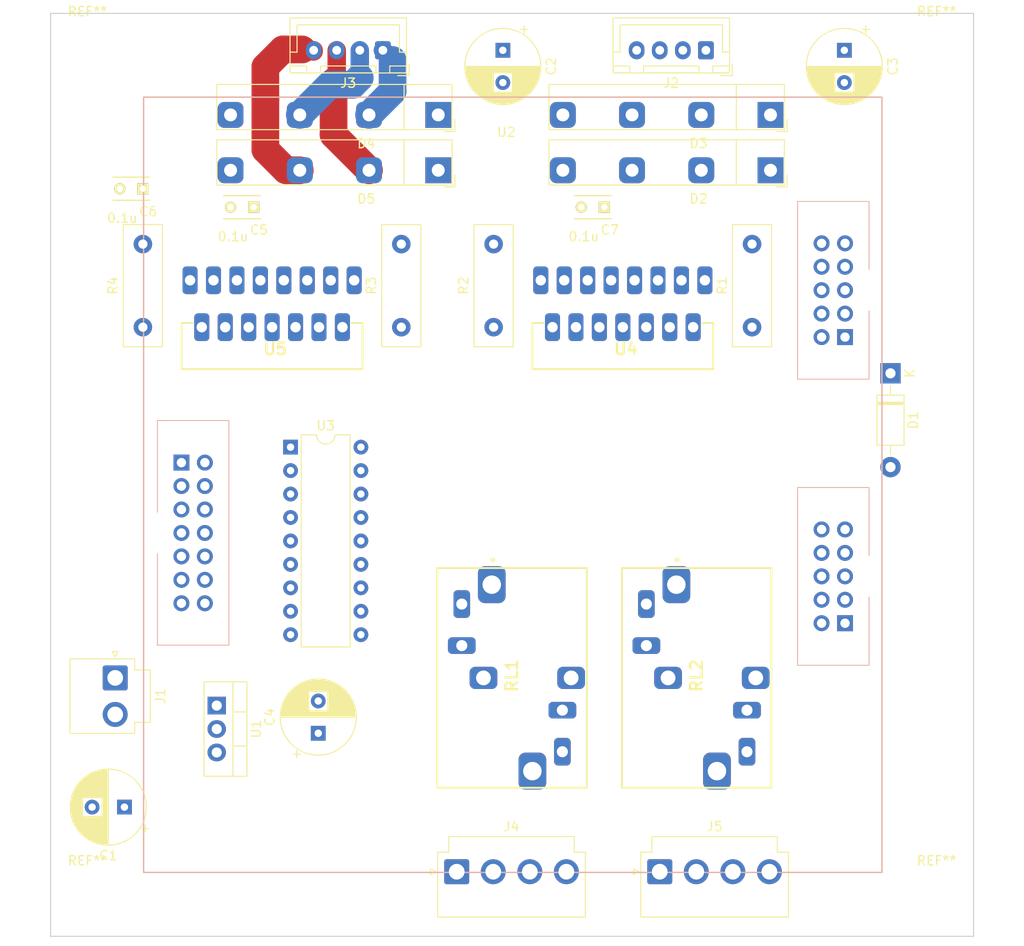
<source format=kicad_pcb>
(kicad_pcb (version 20171130) (host pcbnew "(5.1.2)-1")

  (general
    (thickness 1.6)
    (drawings 4)
    (tracks 20)
    (zones 0)
    (modules 32)
    (nets 63)
  )

  (page A4)
  (layers
    (0 F.Cu signal)
    (31 B.Cu signal)
    (32 B.Adhes user)
    (33 F.Adhes user)
    (34 B.Paste user)
    (35 F.Paste user)
    (36 B.SilkS user)
    (37 F.SilkS user)
    (38 B.Mask user)
    (39 F.Mask user)
    (40 Dwgs.User user)
    (41 Cmts.User user)
    (42 Eco1.User user)
    (43 Eco2.User user)
    (44 Edge.Cuts user)
    (45 Margin user)
    (46 B.CrtYd user)
    (47 F.CrtYd user)
    (48 B.Fab user)
    (49 F.Fab user)
  )

  (setup
    (last_trace_width 0.5)
    (trace_clearance 0.25)
    (zone_clearance 0.508)
    (zone_45_only no)
    (trace_min 0.25)
    (via_size 1.2)
    (via_drill 0.8)
    (via_min_size 0.4)
    (via_min_drill 0.3)
    (uvia_size 0.3)
    (uvia_drill 0.1)
    (uvias_allowed no)
    (uvia_min_size 0.2)
    (uvia_min_drill 0.1)
    (edge_width 0.12)
    (segment_width 0.12)
    (pcb_text_width 0.3)
    (pcb_text_size 1.5 1.5)
    (mod_edge_width 0.12)
    (mod_text_size 1 1)
    (mod_text_width 0.15)
    (pad_size 1.524 1.524)
    (pad_drill 0.762)
    (pad_to_mask_clearance 0.051)
    (solder_mask_min_width 0.25)
    (aux_axis_origin 0 0)
    (visible_elements 7FFFFFFF)
    (pcbplotparams
      (layerselection 0x010fc_ffffffff)
      (usegerberextensions false)
      (usegerberattributes false)
      (usegerberadvancedattributes false)
      (creategerberjobfile false)
      (excludeedgelayer true)
      (linewidth 0.100000)
      (plotframeref false)
      (viasonmask false)
      (mode 1)
      (useauxorigin false)
      (hpglpennumber 1)
      (hpglpenspeed 20)
      (hpglpendiameter 15.000000)
      (psnegative false)
      (psa4output false)
      (plotreference true)
      (plotvalue true)
      (plotinvisibletext false)
      (padsonsilk false)
      (subtractmaskfromsilk false)
      (outputformat 1)
      (mirror false)
      (drillshape 1)
      (scaleselection 1)
      (outputdirectory ""))
  )

  (net 0 "")
  (net 1 +12V)
  (net 2 GND)
  (net 3 +5V)
  (net 4 "Net-(D1-Pad1)")
  (net 5 "Net-(D2-Pad2)")
  (net 6 "Net-(D2-Pad3)")
  (net 7 "Net-(D3-Pad3)")
  (net 8 "Net-(D3-Pad2)")
  (net 9 "Net-(D4-Pad2)")
  (net 10 "Net-(D4-Pad3)")
  (net 11 "Net-(D5-Pad3)")
  (net 12 "Net-(D5-Pad2)")
  (net 13 "Net-(J4-Pad1)")
  (net 14 "Net-(J4-Pad2)")
  (net 15 "Net-(J4-Pad3)")
  (net 16 "Net-(J4-Pad4)")
  (net 17 "Net-(J5-Pad4)")
  (net 18 "Net-(J5-Pad3)")
  (net 19 "Net-(J5-Pad2)")
  (net 20 "Net-(J5-Pad1)")
  (net 21 "Net-(R1-Pad2)")
  (net 22 "Net-(R2-Pad2)")
  (net 23 "Net-(R3-Pad2)")
  (net 24 "Net-(R4-Pad2)")
  (net 25 DOUT1)
  (net 26 DOUT2)
  (net 27 "Net-(U2-Pad2)")
  (net 28 ENABLE-1)
  (net 29 ENABLE-2)
  (net 30 "Net-(U2-Pad5)")
  (net 31 "Net-(U2-Pad7)")
  (net 32 "Net-(U2-Pad8)")
  (net 33 "Net-(U2-Pad9)")
  (net 34 INPUT_1-1)
  (net 35 INPUT_3-2)
  (net 36 INPUT_3-1)
  (net 37 INPUT_1-2)
  (net 38 INPUT_4-1)
  (net 39 INPUT_4-2)
  (net 40 INPUT_2-1)
  (net 41 INPUT_2-2)
  (net 42 /OUT2)
  (net 43 /OUT4)
  (net 44 "Net-(U2-Pad23)")
  (net 45 "Net-(U2-Pad25)")
  (net 46 /OUT3)
  (net 47 "Net-(U2-Pad24)")
  (net 48 /OUT1)
  (net 49 /OUT8)
  (net 50 /OUT5)
  (net 51 /OUT6)
  (net 52 /OUT7)
  (net 53 "Net-(U2-Pad22)")
  (net 54 "Net-(U3-Pad11)")
  (net 55 "Net-(U3-Pad12)")
  (net 56 "Net-(U3-Pad13)")
  (net 57 "Net-(U3-Pad14)")
  (net 58 +BATT)
  (net 59 DOUT4)
  (net 60 DOUT3)
  (net 61 "Net-(U2-Pad11)")
  (net 62 "Net-(U2-Pad21)")

  (net_class Default "これはデフォルトのネット クラスです。"
    (clearance 0.25)
    (trace_width 0.5)
    (via_dia 1.2)
    (via_drill 0.8)
    (uvia_dia 0.3)
    (uvia_drill 0.1)
    (add_net +12V)
    (add_net +5V)
    (add_net +BATT)
    (add_net /OUT1)
    (add_net /OUT2)
    (add_net /OUT3)
    (add_net /OUT4)
    (add_net /OUT5)
    (add_net /OUT6)
    (add_net /OUT7)
    (add_net /OUT8)
    (add_net DOUT1)
    (add_net DOUT2)
    (add_net DOUT3)
    (add_net DOUT4)
    (add_net ENABLE-1)
    (add_net ENABLE-2)
    (add_net GND)
    (add_net INPUT_1-1)
    (add_net INPUT_1-2)
    (add_net INPUT_2-1)
    (add_net INPUT_2-2)
    (add_net INPUT_3-1)
    (add_net INPUT_3-2)
    (add_net INPUT_4-1)
    (add_net INPUT_4-2)
    (add_net "Net-(D1-Pad1)")
    (add_net "Net-(D2-Pad2)")
    (add_net "Net-(D2-Pad3)")
    (add_net "Net-(D3-Pad2)")
    (add_net "Net-(D3-Pad3)")
    (add_net "Net-(D4-Pad2)")
    (add_net "Net-(D4-Pad3)")
    (add_net "Net-(D5-Pad2)")
    (add_net "Net-(D5-Pad3)")
    (add_net "Net-(J4-Pad1)")
    (add_net "Net-(J4-Pad2)")
    (add_net "Net-(J4-Pad3)")
    (add_net "Net-(J4-Pad4)")
    (add_net "Net-(J5-Pad1)")
    (add_net "Net-(J5-Pad2)")
    (add_net "Net-(J5-Pad3)")
    (add_net "Net-(J5-Pad4)")
    (add_net "Net-(R1-Pad2)")
    (add_net "Net-(R2-Pad2)")
    (add_net "Net-(R3-Pad2)")
    (add_net "Net-(R4-Pad2)")
    (add_net "Net-(U2-Pad11)")
    (add_net "Net-(U2-Pad2)")
    (add_net "Net-(U2-Pad21)")
    (add_net "Net-(U2-Pad22)")
    (add_net "Net-(U2-Pad23)")
    (add_net "Net-(U2-Pad24)")
    (add_net "Net-(U2-Pad25)")
    (add_net "Net-(U2-Pad5)")
    (add_net "Net-(U2-Pad7)")
    (add_net "Net-(U2-Pad8)")
    (add_net "Net-(U2-Pad9)")
    (add_net "Net-(U3-Pad11)")
    (add_net "Net-(U3-Pad12)")
    (add_net "Net-(U3-Pad13)")
    (add_net "Net-(U3-Pad14)")
  )

  (module MountingHole:MountingHole_3.2mm_M3 (layer F.Cu) (tedit 56D1B4CB) (tstamp 5CD39AFC)
    (at 141 49)
    (descr "Mounting Hole 3.2mm, no annular, M3")
    (tags "mounting hole 3.2mm no annular m3")
    (attr virtual)
    (fp_text reference REF** (at 0 -4.2) (layer F.SilkS)
      (effects (font (size 1 1) (thickness 0.15)))
    )
    (fp_text value MountingHole_3.2mm_M3 (at 0 4.2) (layer F.Fab)
      (effects (font (size 1 1) (thickness 0.15)))
    )
    (fp_circle (center 0 0) (end 3.45 0) (layer F.CrtYd) (width 0.05))
    (fp_circle (center 0 0) (end 3.2 0) (layer Cmts.User) (width 0.15))
    (fp_text user %R (at 0.3 0) (layer F.Fab)
      (effects (font (size 1 1) (thickness 0.15)))
    )
    (pad 1 np_thru_hole circle (at 0 0) (size 3.2 3.2) (drill 3.2) (layers *.Cu *.Mask))
  )

  (module MountingHole:MountingHole_3.2mm_M3 (layer F.Cu) (tedit 56D1B4CB) (tstamp 5CD39ADF)
    (at 141 141)
    (descr "Mounting Hole 3.2mm, no annular, M3")
    (tags "mounting hole 3.2mm no annular m3")
    (attr virtual)
    (fp_text reference REF** (at 0 -4.2) (layer F.SilkS)
      (effects (font (size 1 1) (thickness 0.15)))
    )
    (fp_text value MountingHole_3.2mm_M3 (at 0 4.2) (layer F.Fab)
      (effects (font (size 1 1) (thickness 0.15)))
    )
    (fp_circle (center 0 0) (end 3.45 0) (layer F.CrtYd) (width 0.05))
    (fp_circle (center 0 0) (end 3.2 0) (layer Cmts.User) (width 0.15))
    (fp_text user %R (at 0.3 0) (layer F.Fab)
      (effects (font (size 1 1) (thickness 0.15)))
    )
    (pad 1 np_thru_hole circle (at 0 0) (size 3.2 3.2) (drill 3.2) (layers *.Cu *.Mask))
  )

  (module MountingHole:MountingHole_3.2mm_M3 (layer F.Cu) (tedit 56D1B4CB) (tstamp 5CD39AC2)
    (at 49 141)
    (descr "Mounting Hole 3.2mm, no annular, M3")
    (tags "mounting hole 3.2mm no annular m3")
    (attr virtual)
    (fp_text reference REF** (at 0 -4.2) (layer F.SilkS)
      (effects (font (size 1 1) (thickness 0.15)))
    )
    (fp_text value MountingHole_3.2mm_M3 (at 0 4.2) (layer F.Fab)
      (effects (font (size 1 1) (thickness 0.15)))
    )
    (fp_circle (center 0 0) (end 3.45 0) (layer F.CrtYd) (width 0.05))
    (fp_circle (center 0 0) (end 3.2 0) (layer Cmts.User) (width 0.15))
    (fp_text user %R (at 0.3 0) (layer F.Fab)
      (effects (font (size 1 1) (thickness 0.15)))
    )
    (pad 1 np_thru_hole circle (at 0 0) (size 3.2 3.2) (drill 3.2) (layers *.Cu *.Mask))
  )

  (module MountingHole:MountingHole_3.2mm_M3 (layer F.Cu) (tedit 56D1B4CB) (tstamp 5CD39B14)
    (at 49 49)
    (descr "Mounting Hole 3.2mm, no annular, M3")
    (tags "mounting hole 3.2mm no annular m3")
    (attr virtual)
    (fp_text reference REF** (at 0 -4.2) (layer F.SilkS)
      (effects (font (size 1 1) (thickness 0.15)))
    )
    (fp_text value MountingHole_3.2mm_M3 (at 0 4.2) (layer F.Fab)
      (effects (font (size 1 1) (thickness 0.15)))
    )
    (fp_circle (center 0 0) (end 3.45 0) (layer F.CrtYd) (width 0.05))
    (fp_circle (center 0 0) (end 3.2 0) (layer Cmts.User) (width 0.15))
    (fp_text user %R (at 0.3 0) (layer F.Fab)
      (effects (font (size 1 1) (thickness 0.15)))
    )
    (pad 1 np_thru_hole circle (at 0 0) (size 3.2 3.2) (drill 3.2) (layers *.Cu *.Mask))
  )

  (module jsd:Pic18f45k22cpubrd (layer F.Cu) (tedit 5CD2963C) (tstamp 5CCF0845)
    (at 59.075001 58.075001)
    (descr "10 pins through hole IDC header")
    (tags "IDC header socket VASCH")
    (path /5CD2BD61)
    (fp_text reference U2 (at 35.3 -0.2 180) (layer F.SilkS)
      (effects (font (size 1 1) (thickness 0.15)))
    )
    (fp_text value PIC18F45K22-CPUBRD-V2 (at 35.8 -2.6 180) (layer F.Fab)
      (effects (font (size 1 1) (thickness 0.15)))
    )
    (fp_line (start 76 -4) (end -4 -4) (layer B.SilkS) (width 0.15))
    (fp_line (start 76 80) (end 76 -4) (layer B.SilkS) (width 0.15))
    (fp_line (start -4 80) (end 76 80) (layer B.SilkS) (width 0.15))
    (fp_line (start -4 -4) (end -4 80) (layer B.SilkS) (width 0.15))
    (fp_line (start 5.245 31.04) (end -2.505 31.04) (layer B.SilkS) (width 0.1))
    (fp_line (start 5.245 55.38) (end -2.505 55.38) (layer B.SilkS) (width 0.1))
    (fp_line (start -2.505 45.47) (end -2.505 55.38) (layer B.SilkS) (width 0.1))
    (fp_line (start 5.245 31.04) (end 5.245 55.38) (layer B.SilkS) (width 0.1))
    (fp_line (start -2.505 31.04) (end -2.505 40.97) (layer B.SilkS) (width 0.1))
    (fp_line (start 66.855 57.56) (end 66.855 38.3) (layer B.SilkS) (width 0.1))
    (fp_line (start 66.855 38.3) (end 74.605 38.3) (layer B.SilkS) (width 0.1))
    (fp_line (start 74.605 57.56) (end 74.605 50.17) (layer B.SilkS) (width 0.1))
    (fp_line (start 66.855 57.56) (end 74.605 57.56) (layer B.SilkS) (width 0.1))
    (fp_line (start 74.605 45.67) (end 74.605 38.3) (layer B.SilkS) (width 0.1))
    (fp_line (start 66.855 7.3) (end 74.605 7.3) (layer B.SilkS) (width 0.1))
    (fp_line (start 66.855 26.56) (end 74.605 26.56) (layer B.SilkS) (width 0.1))
    (fp_line (start 74.605 14.67) (end 74.605 7.3) (layer B.SilkS) (width 0.1))
    (fp_line (start 74.605 26.56) (end 74.605 19.17) (layer B.SilkS) (width 0.1))
    (fp_line (start 66.855 26.56) (end 66.855 7.3) (layer B.SilkS) (width 0.1))
    (pad "" np_thru_hole circle (at 16.3 73.5) (size 6 6) (drill 6) (layers *.Cu *.Mask))
    (pad "" np_thru_hole circle (at 72 76) (size 3.2 3.2) (drill 3.2) (layers *.Cu *.Mask))
    (pad "" np_thru_hole circle (at 72 0) (size 3.2 3.2) (drill 3.2) (layers *.Cu *.Mask))
    (pad "" np_thru_hole circle (at 0 0) (size 3.2 3.2) (drill 3.2) (layers *.Cu *.Mask))
    (pad "" np_thru_hole circle (at 0 76) (size 3.2 3.2) (drill 3.2) (layers *.Cu *.Mask))
    (pad 22 thru_hole oval (at 2.64 35.6) (size 1.7272 1.7272) (drill 1.016) (layers *.Cu *.Mask)
      (net 53 "Net-(U2-Pad22)"))
    (pad 32 thru_hole oval (at 2.64 48.3) (size 1.7272 1.7272) (drill 1.016) (layers *.Cu *.Mask)
      (net 52 /OUT7))
    (pad 31 thru_hole oval (at 0.1 48.3) (size 1.7272 1.7272) (drill 1.016) (layers *.Cu *.Mask)
      (net 51 /OUT6))
    (pad 34 thru_hole oval (at 2.64 50.84) (size 1.7272 1.7272) (drill 1.016) (layers *.Cu *.Mask)
      (net 2 GND))
    (pad 30 thru_hole oval (at 2.64 45.76) (size 1.7272 1.7272) (drill 1.016) (layers *.Cu *.Mask)
      (net 50 /OUT5))
    (pad 33 thru_hole oval (at 0.1 50.84) (size 1.7272 1.7272) (drill 1.016) (layers *.Cu *.Mask)
      (net 49 /OUT8))
    (pad 26 thru_hole oval (at 2.64 40.68) (size 1.7272 1.7272) (drill 1.016) (layers *.Cu *.Mask)
      (net 48 /OUT1))
    (pad 24 thru_hole oval (at 2.64 38.14) (size 1.7272 1.7272) (drill 1.016) (layers *.Cu *.Mask)
      (net 47 "Net-(U2-Pad24)"))
    (pad 28 thru_hole oval (at 2.64 43.22) (size 1.7272 1.7272) (drill 1.016) (layers *.Cu *.Mask)
      (net 46 /OUT3))
    (pad 25 thru_hole oval (at 0.1 40.68) (size 1.7272 1.7272) (drill 1.016) (layers *.Cu *.Mask)
      (net 45 "Net-(U2-Pad25)"))
    (pad 23 thru_hole oval (at 0.1 38.14) (size 1.7272 1.7272) (drill 1.016) (layers *.Cu *.Mask)
      (net 44 "Net-(U2-Pad23)"))
    (pad 21 thru_hole rect (at 0.1 35.6) (size 1.7272 1.7272) (drill 1.016) (layers *.Cu *.Mask)
      (net 62 "Net-(U2-Pad21)"))
    (pad 29 thru_hole oval (at 0.1 45.76) (size 1.7272 1.7272) (drill 1.016) (layers *.Cu *.Mask)
      (net 43 /OUT4))
    (pad 27 thru_hole oval (at 0.1 43.22) (size 1.7272 1.7272) (drill 1.016) (layers *.Cu *.Mask)
      (net 42 /OUT2))
    (pad 14 thru_hole oval (at 69.46 50.46 180) (size 1.7272 1.7272) (drill 1.016) (layers *.Cu *.Mask)
      (net 41 INPUT_2-2))
    (pad 18 thru_hole oval (at 69.46 45.38 180) (size 1.7272 1.7272) (drill 1.016) (layers *.Cu *.Mask)
      (net 40 INPUT_2-1))
    (pad 11 thru_hole rect (at 72 53 180) (size 1.7272 1.7272) (drill 1.016) (layers *.Cu *.Mask)
      (net 61 "Net-(U2-Pad11)"))
    (pad 12 thru_hole oval (at 69.46 53 180) (size 1.7272 1.7272) (drill 1.016) (layers *.Cu *.Mask)
      (net 39 INPUT_4-2))
    (pad 20 thru_hole oval (at 69.46 42.84 180) (size 1.7272 1.7272) (drill 1.016) (layers *.Cu *.Mask)
      (net 2 GND))
    (pad 16 thru_hole oval (at 69.46 47.92 180) (size 1.7272 1.7272) (drill 1.016) (layers *.Cu *.Mask)
      (net 38 INPUT_4-1))
    (pad 15 thru_hole oval (at 72 47.92 180) (size 1.7272 1.7272) (drill 1.016) (layers *.Cu *.Mask)
      (net 37 INPUT_1-2))
    (pad 17 thru_hole oval (at 72 45.38 180) (size 1.7272 1.7272) (drill 1.016) (layers *.Cu *.Mask)
      (net 36 INPUT_3-1))
    (pad 13 thru_hole oval (at 72 50.46 180) (size 1.7272 1.7272) (drill 1.016) (layers *.Cu *.Mask)
      (net 35 INPUT_3-2))
    (pad 19 thru_hole oval (at 72 42.84 180) (size 1.7272 1.7272) (drill 1.016) (layers *.Cu *.Mask)
      (net 34 INPUT_1-1))
    (pad 10 thru_hole oval (at 69.46 11.84 180) (size 1.7272 1.7272) (drill 1.016) (layers *.Cu *.Mask)
      (net 2 GND))
    (pad 9 thru_hole oval (at 72 11.84 180) (size 1.7272 1.7272) (drill 1.016) (layers *.Cu *.Mask)
      (net 33 "Net-(U2-Pad9)"))
    (pad 8 thru_hole oval (at 69.46 14.38 180) (size 1.7272 1.7272) (drill 1.016) (layers *.Cu *.Mask)
      (net 32 "Net-(U2-Pad8)"))
    (pad 7 thru_hole oval (at 72 14.38 180) (size 1.7272 1.7272) (drill 1.016) (layers *.Cu *.Mask)
      (net 31 "Net-(U2-Pad7)"))
    (pad 6 thru_hole oval (at 69.46 16.92 180) (size 1.7272 1.7272) (drill 1.016) (layers *.Cu *.Mask))
    (pad 5 thru_hole oval (at 72 16.92 180) (size 1.7272 1.7272) (drill 1.016) (layers *.Cu *.Mask)
      (net 30 "Net-(U2-Pad5)"))
    (pad 4 thru_hole oval (at 69.46 19.46 180) (size 1.7272 1.7272) (drill 1.016) (layers *.Cu *.Mask)
      (net 29 ENABLE-2))
    (pad 3 thru_hole oval (at 72 19.46 180) (size 1.7272 1.7272) (drill 1.016) (layers *.Cu *.Mask)
      (net 28 ENABLE-1))
    (pad 2 thru_hole oval (at 69.46 22 180) (size 1.7272 1.7272) (drill 1.016) (layers *.Cu *.Mask)
      (net 27 "Net-(U2-Pad2)"))
    (pad 1 thru_hole rect (at 72 22 180) (size 1.7272 1.7272) (drill 1.016) (layers *.Cu *.Mask)
      (net 4 "Net-(D1-Pad1)"))
    (model ${KISYS3DMOD}/jsd.3dshapes/PIC18F45K22_CPUBOARD_V21.wrl
      (offset (xyz -54 54 -13.5))
      (scale (xyz 0.3937 0.3937 0.3937))
      (rotate (xyz 0 0 0))
    )
    (model ${KISYS3DMOD}/jsd.3dshapes/PinSocket_2x7_P2.54mm_8.51h_Vertical.stp
      (offset (xyz 1.4 -43.2 -1.8))
      (scale (xyz 1 1 1))
      (rotate (xyz 90 0 90))
    )
    (model ${KISYS3DMOD}/jsd.3dshapes/PinSocket_2x5_P2.54mm_8.51h_Vertical.stp
      (offset (xyz 70.8 -16.9 -1.8))
      (scale (xyz 1 1 1))
      (rotate (xyz 90 0 90))
    )
    (model ${KISYS3DMOD}/jsd.3dshapes/PinSocket_2x5_P2.54mm_8.51h_Vertical.stp
      (offset (xyz 70.8 -47.9 -1.8))
      (scale (xyz 1 1 1))
      (rotate (xyz 90 0 90))
    )
  )

  (module jsd:C_Ceramic_P2.5 (layer F.Cu) (tedit 587C7273) (tstamp 5CCF0676)
    (at 67 66 180)
    (descr "Film Capacitor Length 4mm x Width 2.5mm, Pitch 2.5mm")
    (tags Capacitor)
    (path /575523E2)
    (fp_text reference C5 (at -0.58 -2.46) (layer F.SilkS)
      (effects (font (size 1 1) (thickness 0.15)))
    )
    (fp_text value 0.1u (at 2.24 -3.18) (layer F.SilkS)
      (effects (font (size 1 1) (thickness 0.15)))
    )
    (fp_line (start -0.75 1.25) (end 3.25 1.25) (layer F.SilkS) (width 0.15))
    (fp_line (start -0.75 -1.25) (end 3.25 -1.25) (layer F.SilkS) (width 0.15))
    (fp_line (start -1 1.5) (end -1 -1.5) (layer F.CrtYd) (width 0.05))
    (fp_line (start 3.5 1.5) (end -1 1.5) (layer F.CrtYd) (width 0.05))
    (fp_line (start 3.5 -1.5) (end 3.5 1.5) (layer F.CrtYd) (width 0.05))
    (fp_line (start -1 -1.5) (end 3.5 -1.5) (layer F.CrtYd) (width 0.05))
    (pad 2 thru_hole circle (at 2.5 0 180) (size 1.2 1.2) (drill 0.7) (layers *.Cu *.Mask F.SilkS)
      (net 2 GND))
    (pad 1 thru_hole rect (at 0 0 180) (size 1.2 1.2) (drill 0.7) (layers *.Cu *.Mask F.SilkS)
      (net 3 +5V))
    (model jsd.3dshapes/C_Ceramic_P2.5.wrl
      (offset (xyz 1.269999980926514 0 0.7619999885559082))
      (scale (xyz 0.3937 0.3937 0.3937))
      (rotate (xyz 0 180 0))
    )
  )

  (module jsd:C_Ceramic_P2.5 (layer F.Cu) (tedit 587C7273) (tstamp 5CCF0682)
    (at 55 64 180)
    (descr "Film Capacitor Length 4mm x Width 2.5mm, Pitch 2.5mm")
    (tags Capacitor)
    (path /57582BEA)
    (fp_text reference C6 (at -0.58 -2.46) (layer F.SilkS)
      (effects (font (size 1 1) (thickness 0.15)))
    )
    (fp_text value 0.1u (at 2.24 -3.18) (layer F.SilkS)
      (effects (font (size 1 1) (thickness 0.15)))
    )
    (fp_line (start -1 -1.5) (end 3.5 -1.5) (layer F.CrtYd) (width 0.05))
    (fp_line (start 3.5 -1.5) (end 3.5 1.5) (layer F.CrtYd) (width 0.05))
    (fp_line (start 3.5 1.5) (end -1 1.5) (layer F.CrtYd) (width 0.05))
    (fp_line (start -1 1.5) (end -1 -1.5) (layer F.CrtYd) (width 0.05))
    (fp_line (start -0.75 -1.25) (end 3.25 -1.25) (layer F.SilkS) (width 0.15))
    (fp_line (start -0.75 1.25) (end 3.25 1.25) (layer F.SilkS) (width 0.15))
    (pad 1 thru_hole rect (at 0 0 180) (size 1.2 1.2) (drill 0.7) (layers *.Cu *.Mask F.SilkS)
      (net 3 +5V))
    (pad 2 thru_hole circle (at 2.5 0 180) (size 1.2 1.2) (drill 0.7) (layers *.Cu *.Mask F.SilkS)
      (net 2 GND))
    (model jsd.3dshapes/C_Ceramic_P2.5.wrl
      (offset (xyz 1.269999980926514 0 0.7619999885559082))
      (scale (xyz 0.3937 0.3937 0.3937))
      (rotate (xyz 0 180 0))
    )
  )

  (module jsd:C_Ceramic_P2.5 (layer F.Cu) (tedit 587C7273) (tstamp 5CD2924D)
    (at 105 66 180)
    (descr "Film Capacitor Length 4mm x Width 2.5mm, Pitch 2.5mm")
    (tags Capacitor)
    (path /57582CAA)
    (fp_text reference C7 (at -0.58 -2.46) (layer F.SilkS)
      (effects (font (size 1 1) (thickness 0.15)))
    )
    (fp_text value 0.1u (at 2.24 -3.18) (layer F.SilkS)
      (effects (font (size 1 1) (thickness 0.15)))
    )
    (fp_line (start -0.75 1.25) (end 3.25 1.25) (layer F.SilkS) (width 0.15))
    (fp_line (start -0.75 -1.25) (end 3.25 -1.25) (layer F.SilkS) (width 0.15))
    (fp_line (start -1 1.5) (end -1 -1.5) (layer F.CrtYd) (width 0.05))
    (fp_line (start 3.5 1.5) (end -1 1.5) (layer F.CrtYd) (width 0.05))
    (fp_line (start 3.5 -1.5) (end 3.5 1.5) (layer F.CrtYd) (width 0.05))
    (fp_line (start -1 -1.5) (end 3.5 -1.5) (layer F.CrtYd) (width 0.05))
    (pad 2 thru_hole circle (at 2.5 0 180) (size 1.2 1.2) (drill 0.7) (layers *.Cu *.Mask F.SilkS)
      (net 2 GND))
    (pad 1 thru_hole rect (at 0 0 180) (size 1.2 1.2) (drill 0.7) (layers *.Cu *.Mask F.SilkS)
      (net 3 +5V))
    (model jsd.3dshapes/C_Ceramic_P2.5.wrl
      (offset (xyz 1.269999980926514 0 0.7619999885559082))
      (scale (xyz 0.3937 0.3937 0.3937))
      (rotate (xyz 0 180 0))
    )
  )

  (module Diode_THT:D_DO-41_SOD81_P10.16mm_Horizontal (layer F.Cu) (tedit 5AE50CD5) (tstamp 5CD27717)
    (at 136 84 270)
    (descr "Diode, DO-41_SOD81 series, Axial, Horizontal, pin pitch=10.16mm, , length*diameter=5.2*2.7mm^2, , http://www.diodes.com/_files/packages/DO-41%20(Plastic).pdf")
    (tags "Diode DO-41_SOD81 series Axial Horizontal pin pitch 10.16mm  length 5.2mm diameter 2.7mm")
    (path /5CCF6798)
    (fp_text reference D1 (at 5.08 -2.47 90) (layer F.SilkS)
      (effects (font (size 1 1) (thickness 0.15)))
    )
    (fp_text value 1N4004 (at 5.08 2.47 90) (layer F.Fab)
      (effects (font (size 1 1) (thickness 0.15)))
    )
    (fp_line (start 2.48 -1.35) (end 2.48 1.35) (layer F.Fab) (width 0.1))
    (fp_line (start 2.48 1.35) (end 7.68 1.35) (layer F.Fab) (width 0.1))
    (fp_line (start 7.68 1.35) (end 7.68 -1.35) (layer F.Fab) (width 0.1))
    (fp_line (start 7.68 -1.35) (end 2.48 -1.35) (layer F.Fab) (width 0.1))
    (fp_line (start 0 0) (end 2.48 0) (layer F.Fab) (width 0.1))
    (fp_line (start 10.16 0) (end 7.68 0) (layer F.Fab) (width 0.1))
    (fp_line (start 3.26 -1.35) (end 3.26 1.35) (layer F.Fab) (width 0.1))
    (fp_line (start 3.36 -1.35) (end 3.36 1.35) (layer F.Fab) (width 0.1))
    (fp_line (start 3.16 -1.35) (end 3.16 1.35) (layer F.Fab) (width 0.1))
    (fp_line (start 2.36 -1.47) (end 2.36 1.47) (layer F.SilkS) (width 0.12))
    (fp_line (start 2.36 1.47) (end 7.8 1.47) (layer F.SilkS) (width 0.12))
    (fp_line (start 7.8 1.47) (end 7.8 -1.47) (layer F.SilkS) (width 0.12))
    (fp_line (start 7.8 -1.47) (end 2.36 -1.47) (layer F.SilkS) (width 0.12))
    (fp_line (start 1.34 0) (end 2.36 0) (layer F.SilkS) (width 0.12))
    (fp_line (start 8.82 0) (end 7.8 0) (layer F.SilkS) (width 0.12))
    (fp_line (start 3.26 -1.47) (end 3.26 1.47) (layer F.SilkS) (width 0.12))
    (fp_line (start 3.38 -1.47) (end 3.38 1.47) (layer F.SilkS) (width 0.12))
    (fp_line (start 3.14 -1.47) (end 3.14 1.47) (layer F.SilkS) (width 0.12))
    (fp_line (start -1.35 -1.6) (end -1.35 1.6) (layer F.CrtYd) (width 0.05))
    (fp_line (start -1.35 1.6) (end 11.51 1.6) (layer F.CrtYd) (width 0.05))
    (fp_line (start 11.51 1.6) (end 11.51 -1.6) (layer F.CrtYd) (width 0.05))
    (fp_line (start 11.51 -1.6) (end -1.35 -1.6) (layer F.CrtYd) (width 0.05))
    (fp_text user %R (at 6 1 90) (layer F.Fab)
      (effects (font (size 1 1) (thickness 0.15)))
    )
    (fp_text user K (at 0 -2.1 90) (layer F.Fab)
      (effects (font (size 1 1) (thickness 0.15)))
    )
    (fp_text user K (at 0 -2.1 90) (layer F.SilkS)
      (effects (font (size 1 1) (thickness 0.15)))
    )
    (pad 1 thru_hole rect (at 0 0 270) (size 2.2 2.2) (drill 1.1) (layers *.Cu *.Mask)
      (net 4 "Net-(D1-Pad1)"))
    (pad 2 thru_hole oval (at 10.16 0 270) (size 2.2 2.2) (drill 1.1) (layers *.Cu *.Mask)
      (net 3 +5V))
    (model ${KISYS3DMOD}/Diode_THT.3dshapes/D_DO-41_SOD81_P10.16mm_Horizontal.wrl
      (at (xyz 0 0 0))
      (scale (xyz 1 1 1))
      (rotate (xyz 0 0 0))
    )
  )

  (module jsd:Diode_Bridge_RBA-406B (layer F.Cu) (tedit 5CCE8ACB) (tstamp 5CCF06BD)
    (at 123 62 180)
    (descr "Vishay KBU rectifier package, 5.08mm pitch, see http://www.vishay.com/docs/88656/kbu4.pdf")
    (tags "Vishay KBU rectifier diode bridge")
    (path /5CD2E0CC/5CD93B23)
    (fp_text reference D2 (at 7.8 -3.1) (layer F.SilkS)
      (effects (font (size 1 1) (thickness 0.15)))
    )
    (fp_text value RBA-406B (at 8 4.3) (layer F.Fab)
      (effects (font (size 1 1) (thickness 0.15)))
    )
    (fp_line (start -1.5 3.3) (end 24 3.3) (layer F.SilkS) (width 0.12))
    (fp_line (start 24 -1.6) (end 24 3.3) (layer F.SilkS) (width 0.12))
    (fp_line (start 24 -1.6) (end -1.5 -1.6) (layer F.SilkS) (width 0.12))
    (fp_line (start -1.5 -1.6) (end -1.5 3.3) (layer F.SilkS) (width 0.12))
    (fp_line (start 3.7 -1.6) (end 3.7 3.3) (layer F.SilkS) (width 0.12))
    (fp_line (start -1.8 -0.5) (end -1.8 -1.8) (layer F.SilkS) (width 0.12))
    (fp_line (start -1.8 -1.8) (end -0.6 -1.8) (layer F.SilkS) (width 0.12))
    (fp_text user %R (at -0.1 -2.6) (layer F.Fab)
      (effects (font (size 1 1) (thickness 0.15)))
    )
    (pad 1 thru_hole rect (at 0 0 180) (size 2.8 2.8) (drill 1.4) (layers *.Cu *.Mask)
      (net 1 +12V))
    (pad 2 thru_hole roundrect (at 7.5 0 180) (size 2.8 2.8) (drill 1.4) (layers *.Cu *.Mask) (roundrect_rratio 0.25)
      (net 5 "Net-(D2-Pad2)"))
    (pad 3 thru_hole roundrect (at 15 0 180) (size 2.8 2.8) (drill 1.4) (layers *.Cu *.Mask) (roundrect_rratio 0.25)
      (net 6 "Net-(D2-Pad3)"))
    (pad 4 thru_hole roundrect (at 22.5 0 180) (size 2.8 2.8) (drill 1.4) (layers *.Cu *.Mask) (roundrect_rratio 0.25)
      (net 2 GND))
    (model ${KISYS3DMOD}/jsd.3dshapes/RBV-406M.step
      (offset (xyz 11.3 3.4 12))
      (scale (xyz 1 1 1))
      (rotate (xyz -90 0 0))
    )
  )

  (module jsd:Diode_Bridge_RBA-406B (layer F.Cu) (tedit 5CCE8ACB) (tstamp 5CCF06CD)
    (at 123 56 180)
    (descr "Vishay KBU rectifier package, 5.08mm pitch, see http://www.vishay.com/docs/88656/kbu4.pdf")
    (tags "Vishay KBU rectifier diode bridge")
    (path /5CD2E0CC/5CD93B3B)
    (fp_text reference D3 (at 7.8 -3.1) (layer F.SilkS)
      (effects (font (size 1 1) (thickness 0.15)))
    )
    (fp_text value RBA-406B (at 8 4.3) (layer F.Fab)
      (effects (font (size 1 1) (thickness 0.15)))
    )
    (fp_text user %R (at -0.1 -2.6) (layer F.Fab)
      (effects (font (size 1 1) (thickness 0.15)))
    )
    (fp_line (start -1.8 -1.8) (end -0.6 -1.8) (layer F.SilkS) (width 0.12))
    (fp_line (start -1.8 -0.5) (end -1.8 -1.8) (layer F.SilkS) (width 0.12))
    (fp_line (start 3.7 -1.6) (end 3.7 3.3) (layer F.SilkS) (width 0.12))
    (fp_line (start -1.5 -1.6) (end -1.5 3.3) (layer F.SilkS) (width 0.12))
    (fp_line (start 24 -1.6) (end -1.5 -1.6) (layer F.SilkS) (width 0.12))
    (fp_line (start 24 -1.6) (end 24 3.3) (layer F.SilkS) (width 0.12))
    (fp_line (start -1.5 3.3) (end 24 3.3) (layer F.SilkS) (width 0.12))
    (pad 4 thru_hole roundrect (at 22.5 0 180) (size 2.8 2.8) (drill 1.4) (layers *.Cu *.Mask) (roundrect_rratio 0.25)
      (net 2 GND))
    (pad 3 thru_hole roundrect (at 15 0 180) (size 2.8 2.8) (drill 1.4) (layers *.Cu *.Mask) (roundrect_rratio 0.25)
      (net 7 "Net-(D3-Pad3)"))
    (pad 2 thru_hole roundrect (at 7.5 0 180) (size 2.8 2.8) (drill 1.4) (layers *.Cu *.Mask) (roundrect_rratio 0.25)
      (net 8 "Net-(D3-Pad2)"))
    (pad 1 thru_hole rect (at 0 0 180) (size 2.8 2.8) (drill 1.4) (layers *.Cu *.Mask)
      (net 1 +12V))
    (model ${KISYS3DMOD}/jsd.3dshapes/RBV-406M.step
      (offset (xyz 11.3 3.4 12))
      (scale (xyz 1 1 1))
      (rotate (xyz -90 0 0))
    )
  )

  (module jsd:Diode_Bridge_RBA-406B (layer F.Cu) (tedit 5CCE8ACB) (tstamp 5CCF06DD)
    (at 87 56 180)
    (descr "Vishay KBU rectifier package, 5.08mm pitch, see http://www.vishay.com/docs/88656/kbu4.pdf")
    (tags "Vishay KBU rectifier diode bridge")
    (path /5CD2E0CC/5CD93BA6)
    (fp_text reference D4 (at 7.8 -3.1) (layer F.SilkS)
      (effects (font (size 1 1) (thickness 0.15)))
    )
    (fp_text value RBA-406B (at 8 4.3) (layer F.Fab)
      (effects (font (size 1 1) (thickness 0.15)))
    )
    (fp_line (start -1.5 3.3) (end 24 3.3) (layer F.SilkS) (width 0.12))
    (fp_line (start 24 -1.6) (end 24 3.3) (layer F.SilkS) (width 0.12))
    (fp_line (start 24 -1.6) (end -1.5 -1.6) (layer F.SilkS) (width 0.12))
    (fp_line (start -1.5 -1.6) (end -1.5 3.3) (layer F.SilkS) (width 0.12))
    (fp_line (start 3.7 -1.6) (end 3.7 3.3) (layer F.SilkS) (width 0.12))
    (fp_line (start -1.8 -0.5) (end -1.8 -1.8) (layer F.SilkS) (width 0.12))
    (fp_line (start -1.8 -1.8) (end -0.6 -1.8) (layer F.SilkS) (width 0.12))
    (fp_text user %R (at -0.1 -2.6) (layer F.Fab)
      (effects (font (size 1 1) (thickness 0.15)))
    )
    (pad 1 thru_hole rect (at 0 0 180) (size 2.8 2.8) (drill 1.4) (layers *.Cu *.Mask)
      (net 1 +12V))
    (pad 2 thru_hole roundrect (at 7.5 0 180) (size 2.8 2.8) (drill 1.4) (layers *.Cu *.Mask) (roundrect_rratio 0.25)
      (net 9 "Net-(D4-Pad2)"))
    (pad 3 thru_hole roundrect (at 15 0 180) (size 2.8 2.8) (drill 1.4) (layers *.Cu *.Mask) (roundrect_rratio 0.25)
      (net 10 "Net-(D4-Pad3)"))
    (pad 4 thru_hole roundrect (at 22.5 0 180) (size 2.8 2.8) (drill 1.4) (layers *.Cu *.Mask) (roundrect_rratio 0.25)
      (net 2 GND))
    (model ${KISYS3DMOD}/jsd.3dshapes/RBV-406M.step
      (offset (xyz 11.3 3.4 12))
      (scale (xyz 1 1 1))
      (rotate (xyz -90 0 0))
    )
  )

  (module jsd:Diode_Bridge_RBA-406B (layer F.Cu) (tedit 5CCE8ACB) (tstamp 5CCF06ED)
    (at 87 62 180)
    (descr "Vishay KBU rectifier package, 5.08mm pitch, see http://www.vishay.com/docs/88656/kbu4.pdf")
    (tags "Vishay KBU rectifier diode bridge")
    (path /5CD2E0CC/5CD93BBE)
    (fp_text reference D5 (at 7.8 -3.1) (layer F.SilkS)
      (effects (font (size 1 1) (thickness 0.15)))
    )
    (fp_text value RBA-406B (at 8 4.3) (layer F.Fab)
      (effects (font (size 1 1) (thickness 0.15)))
    )
    (fp_text user %R (at -0.1 -2.6) (layer F.Fab)
      (effects (font (size 1 1) (thickness 0.15)))
    )
    (fp_line (start -1.8 -1.8) (end -0.6 -1.8) (layer F.SilkS) (width 0.12))
    (fp_line (start -1.8 -0.5) (end -1.8 -1.8) (layer F.SilkS) (width 0.12))
    (fp_line (start 3.7 -1.6) (end 3.7 3.3) (layer F.SilkS) (width 0.12))
    (fp_line (start -1.5 -1.6) (end -1.5 3.3) (layer F.SilkS) (width 0.12))
    (fp_line (start 24 -1.6) (end -1.5 -1.6) (layer F.SilkS) (width 0.12))
    (fp_line (start 24 -1.6) (end 24 3.3) (layer F.SilkS) (width 0.12))
    (fp_line (start -1.5 3.3) (end 24 3.3) (layer F.SilkS) (width 0.12))
    (pad 4 thru_hole roundrect (at 22.5 0 180) (size 2.8 2.8) (drill 1.4) (layers *.Cu *.Mask) (roundrect_rratio 0.25)
      (net 2 GND))
    (pad 3 thru_hole roundrect (at 15 0 180) (size 2.8 2.8) (drill 1.4) (layers *.Cu *.Mask) (roundrect_rratio 0.25)
      (net 11 "Net-(D5-Pad3)"))
    (pad 2 thru_hole roundrect (at 7.5 0 180) (size 2.8 2.8) (drill 1.4) (layers *.Cu *.Mask) (roundrect_rratio 0.25)
      (net 12 "Net-(D5-Pad2)"))
    (pad 1 thru_hole rect (at 0 0 180) (size 2.8 2.8) (drill 1.4) (layers *.Cu *.Mask)
      (net 1 +12V))
    (model ${KISYS3DMOD}/jsd.3dshapes/RBV-406M.step
      (offset (xyz 11.3 3.4 12))
      (scale (xyz 1 1 1))
      (rotate (xyz -90 0 0))
    )
  )

  (module jsd:B2P-VH (layer F.Cu) (tedit 5CCEA69D) (tstamp 5CCF070C)
    (at 52 117 270)
    (descr JST_VH_B2P-VH_1x02_P3.96mm_Vertical)
    (tags "connector JST VH side entry")
    (path /5CD0292A)
    (fp_text reference J1 (at 1.98 -4.9 90) (layer F.SilkS)
      (effects (font (size 1 1) (thickness 0.15)))
    )
    (fp_text value B2P-VH (at 1.98 6 90) (layer F.Fab)
      (effects (font (size 1 1) (thickness 0.15)))
    )
    (fp_line (start -1.95 -2) (end -1.95 4.8) (layer F.Fab) (width 0.1))
    (fp_line (start -1.95 4.8) (end 5.91 4.8) (layer F.Fab) (width 0.1))
    (fp_line (start 5.91 4.8) (end 5.91 -2) (layer F.Fab) (width 0.1))
    (fp_line (start 5.91 -2) (end -1.95 -2) (layer F.Fab) (width 0.1))
    (fp_line (start -0.75 -2) (end -0.75 -3.7) (layer F.Fab) (width 0.1))
    (fp_line (start -0.75 -3.7) (end 4.71 -3.7) (layer F.Fab) (width 0.1))
    (fp_line (start 4.71 -3.7) (end 4.71 -2) (layer F.Fab) (width 0.1))
    (fp_line (start -1.95 -1) (end -0.95 0) (layer F.Fab) (width 0.1))
    (fp_line (start -1.95 1) (end -0.95 0) (layer F.Fab) (width 0.1))
    (fp_line (start -2.45 -4.2) (end -2.45 5.3) (layer F.CrtYd) (width 0.05))
    (fp_line (start -2.45 5.3) (end 6.41 5.3) (layer F.CrtYd) (width 0.05))
    (fp_line (start 6.41 5.3) (end 6.41 -4.2) (layer F.CrtYd) (width 0.05))
    (fp_line (start 6.41 -4.2) (end -2.45 -4.2) (layer F.CrtYd) (width 0.05))
    (fp_line (start -2.06 4.91) (end -2.06 -2.11) (layer F.SilkS) (width 0.12))
    (fp_line (start -2.06 -2.11) (end -0.86 -2.11) (layer F.SilkS) (width 0.12))
    (fp_line (start -0.86 -2.11) (end -0.86 -3.81) (layer F.SilkS) (width 0.12))
    (fp_line (start -0.86 -3.81) (end 4.82 -3.81) (layer F.SilkS) (width 0.12))
    (fp_line (start 4.82 -3.81) (end 4.82 -2.11) (layer F.SilkS) (width 0.12))
    (fp_line (start 4.82 -2.11) (end 6.02 -2.11) (layer F.SilkS) (width 0.12))
    (fp_line (start 6.02 -2.11) (end 6.02 4.91) (layer F.SilkS) (width 0.12))
    (fp_line (start 6.02 4.91) (end -2.06 4.91) (layer F.SilkS) (width 0.12))
    (fp_line (start -2.26 0) (end -2.86 0.3) (layer F.SilkS) (width 0.12))
    (fp_line (start -2.86 0.3) (end -2.86 -0.3) (layer F.SilkS) (width 0.12))
    (fp_line (start -2.86 -0.3) (end -2.26 0) (layer F.SilkS) (width 0.12))
    (fp_text user %R (at 1.98 4.1 90) (layer F.Fab)
      (effects (font (size 1 1) (thickness 0.15)))
    )
    (pad 1 thru_hole roundrect (at 0 0 270) (size 2.7 2.7) (drill 1.7) (layers *.Cu *.Mask) (roundrect_rratio 0.09259299999999999)
      (net 1 +12V))
    (pad 2 thru_hole circle (at 3.96 0 270) (size 2.7 2.7) (drill 1.7) (layers *.Cu *.Mask)
      (net 2 GND))
    (model ${KISYS3DMOD}/jsd.3dshapes/B2P-VH.STEP
      (offset (xyz 1.9 -0.5 0))
      (scale (xyz 1 1 1))
      (rotate (xyz -90 0 0))
    )
  )

  (module jsd:B4B-XH (layer F.Cu) (tedit 5CCEA9C8) (tstamp 5CCF0737)
    (at 116 49 180)
    (descr JST_XH_B4B-XH-A_1x04_P2.50mm_Vertical)
    (tags "connector JST XH vertical")
    (path /5CD2E0CC/5CD93AE0)
    (fp_text reference J2 (at 3.75 -3.55) (layer F.SilkS)
      (effects (font (size 1 1) (thickness 0.15)))
    )
    (fp_text value B4B-XH (at 3.75 4.6) (layer F.Fab)
      (effects (font (size 1 1) (thickness 0.15)))
    )
    (fp_line (start -2.45 -2.35) (end -2.45 3.4) (layer F.Fab) (width 0.1))
    (fp_line (start -2.45 3.4) (end 9.95 3.4) (layer F.Fab) (width 0.1))
    (fp_line (start 9.95 3.4) (end 9.95 -2.35) (layer F.Fab) (width 0.1))
    (fp_line (start 9.95 -2.35) (end -2.45 -2.35) (layer F.Fab) (width 0.1))
    (fp_line (start -2.56 -2.46) (end -2.56 3.51) (layer F.SilkS) (width 0.12))
    (fp_line (start -2.56 3.51) (end 10.06 3.51) (layer F.SilkS) (width 0.12))
    (fp_line (start 10.06 3.51) (end 10.06 -2.46) (layer F.SilkS) (width 0.12))
    (fp_line (start 10.06 -2.46) (end -2.56 -2.46) (layer F.SilkS) (width 0.12))
    (fp_line (start -2.95 -2.85) (end -2.95 3.9) (layer F.CrtYd) (width 0.05))
    (fp_line (start -2.95 3.9) (end 10.45 3.9) (layer F.CrtYd) (width 0.05))
    (fp_line (start 10.45 3.9) (end 10.45 -2.85) (layer F.CrtYd) (width 0.05))
    (fp_line (start 10.45 -2.85) (end -2.95 -2.85) (layer F.CrtYd) (width 0.05))
    (fp_line (start -0.625 -2.35) (end 0 -1.35) (layer F.Fab) (width 0.1))
    (fp_line (start 0 -1.35) (end 0.625 -2.35) (layer F.Fab) (width 0.1))
    (fp_line (start 0.75 -2.45) (end 0.75 -1.7) (layer F.SilkS) (width 0.12))
    (fp_line (start 0.75 -1.7) (end 6.75 -1.7) (layer F.SilkS) (width 0.12))
    (fp_line (start 6.75 -1.7) (end 6.75 -2.45) (layer F.SilkS) (width 0.12))
    (fp_line (start 6.75 -2.45) (end 0.75 -2.45) (layer F.SilkS) (width 0.12))
    (fp_line (start -2.55 -2.45) (end -2.55 -1.7) (layer F.SilkS) (width 0.12))
    (fp_line (start -2.55 -1.7) (end -0.75 -1.7) (layer F.SilkS) (width 0.12))
    (fp_line (start -0.75 -1.7) (end -0.75 -2.45) (layer F.SilkS) (width 0.12))
    (fp_line (start -0.75 -2.45) (end -2.55 -2.45) (layer F.SilkS) (width 0.12))
    (fp_line (start 8.25 -2.45) (end 8.25 -1.7) (layer F.SilkS) (width 0.12))
    (fp_line (start 8.25 -1.7) (end 10.05 -1.7) (layer F.SilkS) (width 0.12))
    (fp_line (start 10.05 -1.7) (end 10.05 -2.45) (layer F.SilkS) (width 0.12))
    (fp_line (start 10.05 -2.45) (end 8.25 -2.45) (layer F.SilkS) (width 0.12))
    (fp_line (start -2.55 -0.2) (end -1.8 -0.2) (layer F.SilkS) (width 0.12))
    (fp_line (start -1.8 -0.2) (end -1.8 2.75) (layer F.SilkS) (width 0.12))
    (fp_line (start -1.8 2.75) (end 3.75 2.75) (layer F.SilkS) (width 0.12))
    (fp_line (start 10.05 -0.2) (end 9.3 -0.2) (layer F.SilkS) (width 0.12))
    (fp_line (start 9.3 -0.2) (end 9.3 2.75) (layer F.SilkS) (width 0.12))
    (fp_line (start 9.3 2.75) (end 3.75 2.75) (layer F.SilkS) (width 0.12))
    (fp_line (start -1.6 -2.75) (end -2.85 -2.75) (layer F.SilkS) (width 0.12))
    (fp_line (start -2.85 -2.75) (end -2.85 -1.5) (layer F.SilkS) (width 0.12))
    (fp_text user %R (at 7.734999 0.804999) (layer F.Fab)
      (effects (font (size 1 1) (thickness 0.15)))
    )
    (pad 1 thru_hole roundrect (at 0 0 180) (size 1.7 1.95) (drill 0.95) (layers *.Cu *.Mask) (roundrect_rratio 0.147059)
      (net 5 "Net-(D2-Pad2)"))
    (pad 2 thru_hole oval (at 2.5 0 180) (size 1.7 1.95) (drill 0.95) (layers *.Cu *.Mask)
      (net 6 "Net-(D2-Pad3)"))
    (pad 3 thru_hole oval (at 5 0 180) (size 1.7 1.95) (drill 0.95) (layers *.Cu *.Mask)
      (net 8 "Net-(D3-Pad2)"))
    (pad 4 thru_hole oval (at 7.5 0 180) (size 1.7 1.95) (drill 0.95) (layers *.Cu *.Mask)
      (net 7 "Net-(D3-Pad3)"))
    (model ${KISYS3DMOD}/Connector_JST.3dshapes/JST_XH_B4B-XH-A_1x04_P2.50mm_Vertical.wrl
      (at (xyz 0 0 0))
      (scale (xyz 1 1 1))
      (rotate (xyz 0 0 0))
    )
  )

  (module jsd:B4B-XH (layer F.Cu) (tedit 5CCEA9C8) (tstamp 5CCF0762)
    (at 81 49 180)
    (descr JST_XH_B4B-XH-A_1x04_P2.50mm_Vertical)
    (tags "connector JST XH vertical")
    (path /5CD2E0CC/5CD93B63)
    (fp_text reference J3 (at 3.75 -3.55) (layer F.SilkS)
      (effects (font (size 1 1) (thickness 0.15)))
    )
    (fp_text value B4B-XH (at 3.75 4.6) (layer F.Fab)
      (effects (font (size 1 1) (thickness 0.15)))
    )
    (fp_text user %R (at 3.75 2.7) (layer F.Fab)
      (effects (font (size 1 1) (thickness 0.15)))
    )
    (fp_line (start -2.85 -2.75) (end -2.85 -1.5) (layer F.SilkS) (width 0.12))
    (fp_line (start -1.6 -2.75) (end -2.85 -2.75) (layer F.SilkS) (width 0.12))
    (fp_line (start 9.3 2.75) (end 3.75 2.75) (layer F.SilkS) (width 0.12))
    (fp_line (start 9.3 -0.2) (end 9.3 2.75) (layer F.SilkS) (width 0.12))
    (fp_line (start 10.05 -0.2) (end 9.3 -0.2) (layer F.SilkS) (width 0.12))
    (fp_line (start -1.8 2.75) (end 3.75 2.75) (layer F.SilkS) (width 0.12))
    (fp_line (start -1.8 -0.2) (end -1.8 2.75) (layer F.SilkS) (width 0.12))
    (fp_line (start -2.55 -0.2) (end -1.8 -0.2) (layer F.SilkS) (width 0.12))
    (fp_line (start 10.05 -2.45) (end 8.25 -2.45) (layer F.SilkS) (width 0.12))
    (fp_line (start 10.05 -1.7) (end 10.05 -2.45) (layer F.SilkS) (width 0.12))
    (fp_line (start 8.25 -1.7) (end 10.05 -1.7) (layer F.SilkS) (width 0.12))
    (fp_line (start 8.25 -2.45) (end 8.25 -1.7) (layer F.SilkS) (width 0.12))
    (fp_line (start -0.75 -2.45) (end -2.55 -2.45) (layer F.SilkS) (width 0.12))
    (fp_line (start -0.75 -1.7) (end -0.75 -2.45) (layer F.SilkS) (width 0.12))
    (fp_line (start -2.55 -1.7) (end -0.75 -1.7) (layer F.SilkS) (width 0.12))
    (fp_line (start -2.55 -2.45) (end -2.55 -1.7) (layer F.SilkS) (width 0.12))
    (fp_line (start 6.75 -2.45) (end 0.75 -2.45) (layer F.SilkS) (width 0.12))
    (fp_line (start 6.75 -1.7) (end 6.75 -2.45) (layer F.SilkS) (width 0.12))
    (fp_line (start 0.75 -1.7) (end 6.75 -1.7) (layer F.SilkS) (width 0.12))
    (fp_line (start 0.75 -2.45) (end 0.75 -1.7) (layer F.SilkS) (width 0.12))
    (fp_line (start 0 -1.35) (end 0.625 -2.35) (layer F.Fab) (width 0.1))
    (fp_line (start -0.625 -2.35) (end 0 -1.35) (layer F.Fab) (width 0.1))
    (fp_line (start 10.45 -2.85) (end -2.95 -2.85) (layer F.CrtYd) (width 0.05))
    (fp_line (start 10.45 3.9) (end 10.45 -2.85) (layer F.CrtYd) (width 0.05))
    (fp_line (start -2.95 3.9) (end 10.45 3.9) (layer F.CrtYd) (width 0.05))
    (fp_line (start -2.95 -2.85) (end -2.95 3.9) (layer F.CrtYd) (width 0.05))
    (fp_line (start 10.06 -2.46) (end -2.56 -2.46) (layer F.SilkS) (width 0.12))
    (fp_line (start 10.06 3.51) (end 10.06 -2.46) (layer F.SilkS) (width 0.12))
    (fp_line (start -2.56 3.51) (end 10.06 3.51) (layer F.SilkS) (width 0.12))
    (fp_line (start -2.56 -2.46) (end -2.56 3.51) (layer F.SilkS) (width 0.12))
    (fp_line (start 9.95 -2.35) (end -2.45 -2.35) (layer F.Fab) (width 0.1))
    (fp_line (start 9.95 3.4) (end 9.95 -2.35) (layer F.Fab) (width 0.1))
    (fp_line (start -2.45 3.4) (end 9.95 3.4) (layer F.Fab) (width 0.1))
    (fp_line (start -2.45 -2.35) (end -2.45 3.4) (layer F.Fab) (width 0.1))
    (pad 4 thru_hole oval (at 7.5 0 180) (size 1.7 1.95) (drill 0.95) (layers *.Cu *.Mask)
      (net 11 "Net-(D5-Pad3)"))
    (pad 3 thru_hole oval (at 5 0 180) (size 1.7 1.95) (drill 0.95) (layers *.Cu *.Mask)
      (net 12 "Net-(D5-Pad2)"))
    (pad 2 thru_hole oval (at 2.5 0 180) (size 1.7 1.95) (drill 0.95) (layers *.Cu *.Mask)
      (net 10 "Net-(D4-Pad3)"))
    (pad 1 thru_hole roundrect (at 0 0 180) (size 1.7 1.95) (drill 0.95) (layers *.Cu *.Mask) (roundrect_rratio 0.147059)
      (net 9 "Net-(D4-Pad2)"))
    (model ${KISYS3DMOD}/Connector_JST.3dshapes/JST_XH_B4B-XH-A_1x04_P2.50mm_Vertical.wrl
      (at (xyz 0 0 0))
      (scale (xyz 1 1 1))
      (rotate (xyz 0 0 0))
    )
  )

  (module jsd:B4P-VH (layer F.Cu) (tedit 5CCEA8E3) (tstamp 5CCF0783)
    (at 89 138)
    (descr JST_VH_B4P-VH_1x04_P3.96mm_Vertical)
    (tags "connector JST VH side entry")
    (path /5CD2E0CC/5CDF4808)
    (fp_text reference J4 (at 5.94 -4.9) (layer F.SilkS)
      (effects (font (size 1 1) (thickness 0.15)))
    )
    (fp_text value B4P-VH (at 5.94 6) (layer F.Fab)
      (effects (font (size 1 1) (thickness 0.15)))
    )
    (fp_line (start -1.95 -2) (end -1.95 4.8) (layer F.Fab) (width 0.1))
    (fp_line (start -1.95 4.8) (end 13.83 4.8) (layer F.Fab) (width 0.1))
    (fp_line (start 13.83 4.8) (end 13.83 -2) (layer F.Fab) (width 0.1))
    (fp_line (start 13.83 -2) (end -1.95 -2) (layer F.Fab) (width 0.1))
    (fp_line (start -0.75 -2) (end -0.75 -3.7) (layer F.Fab) (width 0.1))
    (fp_line (start -0.75 -3.7) (end 12.63 -3.7) (layer F.Fab) (width 0.1))
    (fp_line (start 12.63 -3.7) (end 12.63 -2) (layer F.Fab) (width 0.1))
    (fp_line (start -1.95 -1) (end -0.95 0) (layer F.Fab) (width 0.1))
    (fp_line (start -1.95 1) (end -0.95 0) (layer F.Fab) (width 0.1))
    (fp_line (start -2.45 -4.2) (end -2.45 5.3) (layer F.CrtYd) (width 0.05))
    (fp_line (start -2.45 5.3) (end 14.33 5.3) (layer F.CrtYd) (width 0.05))
    (fp_line (start 14.33 5.3) (end 14.33 -4.2) (layer F.CrtYd) (width 0.05))
    (fp_line (start 14.33 -4.2) (end -2.45 -4.2) (layer F.CrtYd) (width 0.05))
    (fp_line (start -2.06 4.91) (end -2.06 -2.11) (layer F.SilkS) (width 0.12))
    (fp_line (start -2.06 -2.11) (end -0.86 -2.11) (layer F.SilkS) (width 0.12))
    (fp_line (start -0.86 -2.11) (end -0.86 -3.81) (layer F.SilkS) (width 0.12))
    (fp_line (start -0.86 -3.81) (end 12.74 -3.81) (layer F.SilkS) (width 0.12))
    (fp_line (start 12.74 -3.81) (end 12.74 -2.11) (layer F.SilkS) (width 0.12))
    (fp_line (start 12.74 -2.11) (end 13.94 -2.11) (layer F.SilkS) (width 0.12))
    (fp_line (start 13.94 -2.11) (end 13.94 4.91) (layer F.SilkS) (width 0.12))
    (fp_line (start 13.94 4.91) (end -2.06 4.91) (layer F.SilkS) (width 0.12))
    (fp_line (start -2.26 0) (end -2.86 0.3) (layer F.SilkS) (width 0.12))
    (fp_line (start -2.86 0.3) (end -2.86 -0.3) (layer F.SilkS) (width 0.12))
    (fp_line (start -2.86 -0.3) (end -2.26 0) (layer F.SilkS) (width 0.12))
    (fp_text user %R (at 5.94 4.1) (layer F.Fab)
      (effects (font (size 1 1) (thickness 0.15)))
    )
    (pad 1 thru_hole roundrect (at 0 0) (size 2.7 2.7) (drill 1.7) (layers *.Cu *.Mask) (roundrect_rratio 0.09259299999999999)
      (net 13 "Net-(J4-Pad1)"))
    (pad 2 thru_hole circle (at 3.96 0) (size 2.7 2.7) (drill 1.7) (layers *.Cu *.Mask)
      (net 14 "Net-(J4-Pad2)"))
    (pad 3 thru_hole circle (at 7.92 0) (size 2.7 2.7) (drill 1.7) (layers *.Cu *.Mask)
      (net 15 "Net-(J4-Pad3)"))
    (pad 4 thru_hole circle (at 11.88 0) (size 2.7 2.7) (drill 1.7) (layers *.Cu *.Mask)
      (net 16 "Net-(J4-Pad4)"))
    (model ${KISYS3DMOD}/jsd.3dshapes/B4P-VH.STEP
      (offset (xyz 5.9 -0.5 0))
      (scale (xyz 1 1 1))
      (rotate (xyz -90 0 0))
    )
  )

  (module jsd:B4P-VH (layer F.Cu) (tedit 5CCEA8E3) (tstamp 5CCF07A4)
    (at 111 138)
    (descr JST_VH_B4P-VH_1x04_P3.96mm_Vertical)
    (tags "connector JST VH side entry")
    (path /5CD2E0CC/5CE0225B)
    (fp_text reference J5 (at 5.94 -4.9) (layer F.SilkS)
      (effects (font (size 1 1) (thickness 0.15)))
    )
    (fp_text value B4P-VH (at 5.94 6) (layer F.Fab)
      (effects (font (size 1 1) (thickness 0.15)))
    )
    (fp_text user %R (at 5.94 4.1) (layer F.Fab)
      (effects (font (size 1 1) (thickness 0.15)))
    )
    (fp_line (start -2.86 -0.3) (end -2.26 0) (layer F.SilkS) (width 0.12))
    (fp_line (start -2.86 0.3) (end -2.86 -0.3) (layer F.SilkS) (width 0.12))
    (fp_line (start -2.26 0) (end -2.86 0.3) (layer F.SilkS) (width 0.12))
    (fp_line (start 13.94 4.91) (end -2.06 4.91) (layer F.SilkS) (width 0.12))
    (fp_line (start 13.94 -2.11) (end 13.94 4.91) (layer F.SilkS) (width 0.12))
    (fp_line (start 12.74 -2.11) (end 13.94 -2.11) (layer F.SilkS) (width 0.12))
    (fp_line (start 12.74 -3.81) (end 12.74 -2.11) (layer F.SilkS) (width 0.12))
    (fp_line (start -0.86 -3.81) (end 12.74 -3.81) (layer F.SilkS) (width 0.12))
    (fp_line (start -0.86 -2.11) (end -0.86 -3.81) (layer F.SilkS) (width 0.12))
    (fp_line (start -2.06 -2.11) (end -0.86 -2.11) (layer F.SilkS) (width 0.12))
    (fp_line (start -2.06 4.91) (end -2.06 -2.11) (layer F.SilkS) (width 0.12))
    (fp_line (start 14.33 -4.2) (end -2.45 -4.2) (layer F.CrtYd) (width 0.05))
    (fp_line (start 14.33 5.3) (end 14.33 -4.2) (layer F.CrtYd) (width 0.05))
    (fp_line (start -2.45 5.3) (end 14.33 5.3) (layer F.CrtYd) (width 0.05))
    (fp_line (start -2.45 -4.2) (end -2.45 5.3) (layer F.CrtYd) (width 0.05))
    (fp_line (start -1.95 1) (end -0.95 0) (layer F.Fab) (width 0.1))
    (fp_line (start -1.95 -1) (end -0.95 0) (layer F.Fab) (width 0.1))
    (fp_line (start 12.63 -3.7) (end 12.63 -2) (layer F.Fab) (width 0.1))
    (fp_line (start -0.75 -3.7) (end 12.63 -3.7) (layer F.Fab) (width 0.1))
    (fp_line (start -0.75 -2) (end -0.75 -3.7) (layer F.Fab) (width 0.1))
    (fp_line (start 13.83 -2) (end -1.95 -2) (layer F.Fab) (width 0.1))
    (fp_line (start 13.83 4.8) (end 13.83 -2) (layer F.Fab) (width 0.1))
    (fp_line (start -1.95 4.8) (end 13.83 4.8) (layer F.Fab) (width 0.1))
    (fp_line (start -1.95 -2) (end -1.95 4.8) (layer F.Fab) (width 0.1))
    (pad 4 thru_hole circle (at 11.88 0) (size 2.7 2.7) (drill 1.7) (layers *.Cu *.Mask)
      (net 17 "Net-(J5-Pad4)"))
    (pad 3 thru_hole circle (at 7.92 0) (size 2.7 2.7) (drill 1.7) (layers *.Cu *.Mask)
      (net 18 "Net-(J5-Pad3)"))
    (pad 2 thru_hole circle (at 3.96 0) (size 2.7 2.7) (drill 1.7) (layers *.Cu *.Mask)
      (net 19 "Net-(J5-Pad2)"))
    (pad 1 thru_hole roundrect (at 0 0) (size 2.7 2.7) (drill 1.7) (layers *.Cu *.Mask) (roundrect_rratio 0.09259299999999999)
      (net 20 "Net-(J5-Pad1)"))
    (model ${KISYS3DMOD}/jsd.3dshapes/B4P-VH.STEP
      (offset (xyz 5.9 -0.5 0))
      (scale (xyz 1 1 1))
      (rotate (xyz -90 0 0))
    )
  )

  (module jsd:EP2_H-BRIDGE (layer F.Cu) (tedit 5CCD38CB) (tstamp 5CCF07D9)
    (at 95 117 270)
    (descr "EP2 H-Bridge")
    (tags "Relay or Contactor")
    (path /5CD2E0CC/5CDB67CF)
    (fp_text reference RL1 (at -0.232 0.028 90) (layer F.SilkS)
      (effects (font (size 1.27 1.27) (thickness 0.254)))
    )
    (fp_text value EP2-3L3SAb (at -0.232 0.028 90) (layer F.SilkS) hide
      (effects (font (size 1.27 1.27) (thickness 0.254)))
    )
    (fp_circle (center -12.781 2.099) (end -12.781 2.161) (layer F.SilkS) (width 0.2))
    (fp_line (start 11.9 8.1) (end -11.9 8.1) (layer F.SilkS) (width 0.2))
    (fp_line (start 11.9 -8.1) (end 11.9 8.1) (layer F.SilkS) (width 0.2))
    (fp_line (start -11.9 -8.1) (end 11.9 -8.1) (layer F.SilkS) (width 0.2))
    (fp_line (start -11.9 8.1) (end -11.9 -8.1) (layer F.SilkS) (width 0.2))
    (fp_line (start -11.9 8.1) (end -11.9 -8.1) (layer Dwgs.User) (width 0.2))
    (fp_line (start 11.9 8.1) (end -11.9 8.1) (layer Dwgs.User) (width 0.2))
    (fp_line (start 11.9 -8.1) (end 11.9 8.1) (layer Dwgs.User) (width 0.2))
    (fp_line (start -11.9 -8.1) (end 11.9 -8.1) (layer Dwgs.User) (width 0.2))
    (pad 8 thru_hole roundrect (at 10.1 -2.2 270) (size 4 3) (drill 2) (layers *.Cu *.Mask) (roundrect_rratio 0.25)
      (net 14 "Net-(J4-Pad2)"))
    (pad 7 thru_hole roundrect (at 8 -5.45 270) (size 3 1.8) (drill 1.2) (layers *.Cu *.Mask) (roundrect_rratio 0.25)
      (net 1 +12V))
    (pad 6 thru_hole roundrect (at 3.5 -5.45 270) (size 1.8 3) (drill 1.2) (layers *.Cu *.Mask) (roundrect_rratio 0.25)
      (net 25 DOUT1))
    (pad 5 thru_hole roundrect (at 0 -6.4 270) (size 2.4 3) (drill 1.6) (layers *.Cu *.Mask) (roundrect_rratio 0.25)
      (net 16 "Net-(J4-Pad4)"))
    (pad 4 thru_hole roundrect (at 0 3.1 270) (size 2.4 3) (drill 1.6) (layers *.Cu *.Mask) (roundrect_rratio 0.25)
      (net 13 "Net-(J4-Pad1)"))
    (pad 3 thru_hole roundrect (at -3.5 5.45 270) (size 1.8 3) (drill 1.2) (layers *.Cu *.Mask) (roundrect_rratio 0.25)
      (net 1 +12V))
    (pad 2 thru_hole roundrect (at -8 5.45 270) (size 3 1.8) (drill 1.2) (layers *.Cu *.Mask) (roundrect_rratio 0.25)
      (net 26 DOUT2))
    (pad 1 thru_hole roundrect (at -10.1 2.2 270) (size 4 3) (drill 2) (layers *.Cu *.Mask) (roundrect_rratio 0.25)
      (net 15 "Net-(J4-Pad3)"))
    (model ${KISYS3DMOD}/jsd.3dshapes/EP2-3L3S.STEP
      (at (xyz 0 0 0))
      (scale (xyz 1 1 1))
      (rotate (xyz -90 0 0))
    )
  )

  (module jsd:EP2_H-BRIDGE (layer F.Cu) (tedit 5CCD38CB) (tstamp 5CD275B2)
    (at 115 117 270)
    (descr "EP2 H-Bridge")
    (tags "Relay or Contactor")
    (path /5CD2E0CC/5CE02247)
    (fp_text reference RL2 (at -0.232 0.028 90) (layer F.SilkS)
      (effects (font (size 1.27 1.27) (thickness 0.254)))
    )
    (fp_text value EP2-3L3SAb (at -0.232 0.028 90) (layer F.SilkS) hide
      (effects (font (size 1.27 1.27) (thickness 0.254)))
    )
    (fp_line (start -11.9 -8.1) (end 11.9 -8.1) (layer Dwgs.User) (width 0.2))
    (fp_line (start 11.9 -8.1) (end 11.9 8.1) (layer Dwgs.User) (width 0.2))
    (fp_line (start 11.9 8.1) (end -11.9 8.1) (layer Dwgs.User) (width 0.2))
    (fp_line (start -11.9 8.1) (end -11.9 -8.1) (layer Dwgs.User) (width 0.2))
    (fp_line (start -11.9 8.1) (end -11.9 -8.1) (layer F.SilkS) (width 0.2))
    (fp_line (start -11.9 -8.1) (end 11.9 -8.1) (layer F.SilkS) (width 0.2))
    (fp_line (start 11.9 -8.1) (end 11.9 8.1) (layer F.SilkS) (width 0.2))
    (fp_line (start 11.9 8.1) (end -11.9 8.1) (layer F.SilkS) (width 0.2))
    (fp_circle (center -12.781 2.099) (end -12.781 2.161) (layer F.SilkS) (width 0.2))
    (pad 1 thru_hole roundrect (at -10.1 2.2 270) (size 4 3) (drill 2) (layers *.Cu *.Mask) (roundrect_rratio 0.25)
      (net 18 "Net-(J5-Pad3)"))
    (pad 2 thru_hole roundrect (at -8 5.45 270) (size 3 1.8) (drill 1.2) (layers *.Cu *.Mask) (roundrect_rratio 0.25)
      (net 59 DOUT4))
    (pad 3 thru_hole roundrect (at -3.5 5.45 270) (size 1.8 3) (drill 1.2) (layers *.Cu *.Mask) (roundrect_rratio 0.25)
      (net 1 +12V))
    (pad 4 thru_hole roundrect (at 0 3.1 270) (size 2.4 3) (drill 1.6) (layers *.Cu *.Mask) (roundrect_rratio 0.25)
      (net 20 "Net-(J5-Pad1)"))
    (pad 5 thru_hole roundrect (at 0 -6.4 270) (size 2.4 3) (drill 1.6) (layers *.Cu *.Mask) (roundrect_rratio 0.25)
      (net 17 "Net-(J5-Pad4)"))
    (pad 6 thru_hole roundrect (at 3.5 -5.45 270) (size 1.8 3) (drill 1.2) (layers *.Cu *.Mask) (roundrect_rratio 0.25)
      (net 60 DOUT3))
    (pad 7 thru_hole roundrect (at 8 -5.45 270) (size 3 1.8) (drill 1.2) (layers *.Cu *.Mask) (roundrect_rratio 0.25)
      (net 1 +12V))
    (pad 8 thru_hole roundrect (at 10.1 -2.2 270) (size 4 3) (drill 2) (layers *.Cu *.Mask) (roundrect_rratio 0.25)
      (net 19 "Net-(J5-Pad2)"))
    (model ${KISYS3DMOD}/jsd.3dshapes/EP2-3L3S.STEP
      (at (xyz 0 0 0))
      (scale (xyz 1 1 1))
      (rotate (xyz -90 0 0))
    )
  )

  (module Package_TO_SOT_THT:TO-220-3_Vertical (layer F.Cu) (tedit 5AC8BA0D) (tstamp 5CD291E6)
    (at 63 120 270)
    (descr "TO-220-3, Vertical, RM 2.54mm, see https://www.vishay.com/docs/66542/to-220-1.pdf")
    (tags "TO-220-3 Vertical RM 2.54mm")
    (path /5CCEBC9F)
    (fp_text reference U1 (at 2.54 -4.27 90) (layer F.SilkS)
      (effects (font (size 1 1) (thickness 0.15)))
    )
    (fp_text value L7805CV-DG (at 2.54 2.5 90) (layer F.Fab)
      (effects (font (size 1 1) (thickness 0.15)))
    )
    (fp_line (start -2.46 -3.15) (end -2.46 1.25) (layer F.Fab) (width 0.1))
    (fp_line (start -2.46 1.25) (end 7.54 1.25) (layer F.Fab) (width 0.1))
    (fp_line (start 7.54 1.25) (end 7.54 -3.15) (layer F.Fab) (width 0.1))
    (fp_line (start 7.54 -3.15) (end -2.46 -3.15) (layer F.Fab) (width 0.1))
    (fp_line (start -2.46 -1.88) (end 7.54 -1.88) (layer F.Fab) (width 0.1))
    (fp_line (start 0.69 -3.15) (end 0.69 -1.88) (layer F.Fab) (width 0.1))
    (fp_line (start 4.39 -3.15) (end 4.39 -1.88) (layer F.Fab) (width 0.1))
    (fp_line (start -2.58 -3.27) (end 7.66 -3.27) (layer F.SilkS) (width 0.12))
    (fp_line (start -2.58 1.371) (end 7.66 1.371) (layer F.SilkS) (width 0.12))
    (fp_line (start -2.58 -3.27) (end -2.58 1.371) (layer F.SilkS) (width 0.12))
    (fp_line (start 7.66 -3.27) (end 7.66 1.371) (layer F.SilkS) (width 0.12))
    (fp_line (start -2.58 -1.76) (end 7.66 -1.76) (layer F.SilkS) (width 0.12))
    (fp_line (start 0.69 -3.27) (end 0.69 -1.76) (layer F.SilkS) (width 0.12))
    (fp_line (start 4.391 -3.27) (end 4.391 -1.76) (layer F.SilkS) (width 0.12))
    (fp_line (start -2.71 -3.4) (end -2.71 1.51) (layer F.CrtYd) (width 0.05))
    (fp_line (start -2.71 1.51) (end 7.79 1.51) (layer F.CrtYd) (width 0.05))
    (fp_line (start 7.79 1.51) (end 7.79 -3.4) (layer F.CrtYd) (width 0.05))
    (fp_line (start 7.79 -3.4) (end -2.71 -3.4) (layer F.CrtYd) (width 0.05))
    (fp_text user %R (at 2.54 -4.27 90) (layer F.Fab)
      (effects (font (size 1 1) (thickness 0.15)))
    )
    (pad 1 thru_hole rect (at 0 0 270) (size 1.905 2) (drill 1.1) (layers *.Cu *.Mask)
      (net 1 +12V))
    (pad 2 thru_hole oval (at 2.54 0 270) (size 1.905 2) (drill 1.1) (layers *.Cu *.Mask)
      (net 2 GND))
    (pad 3 thru_hole oval (at 5.08 0 270) (size 1.905 2) (drill 1.1) (layers *.Cu *.Mask)
      (net 3 +5V))
    (model ${KISYS3DMOD}/Package_TO_SOT_THT.3dshapes/TO-220-3_Vertical.wrl
      (at (xyz 0 0 0))
      (scale (xyz 1 1 1))
      (rotate (xyz 0 0 0))
    )
  )

  (module Package_DIP:DIP-18_W7.62mm (layer F.Cu) (tedit 5A02E8C5) (tstamp 5CCF086B)
    (at 71 92)
    (descr "18-lead though-hole mounted DIP package, row spacing 7.62 mm (300 mils)")
    (tags "THT DIP DIL PDIP 2.54mm 7.62mm 300mil")
    (path /5CDEF24C)
    (fp_text reference U3 (at 3.81 -2.33) (layer F.SilkS)
      (effects (font (size 1 1) (thickness 0.15)))
    )
    (fp_text value TD62083 (at 3.81 22.65) (layer F.Fab)
      (effects (font (size 1 1) (thickness 0.15)))
    )
    (fp_arc (start 3.81 -1.33) (end 2.81 -1.33) (angle -180) (layer F.SilkS) (width 0.12))
    (fp_line (start 1.635 -1.27) (end 6.985 -1.27) (layer F.Fab) (width 0.1))
    (fp_line (start 6.985 -1.27) (end 6.985 21.59) (layer F.Fab) (width 0.1))
    (fp_line (start 6.985 21.59) (end 0.635 21.59) (layer F.Fab) (width 0.1))
    (fp_line (start 0.635 21.59) (end 0.635 -0.27) (layer F.Fab) (width 0.1))
    (fp_line (start 0.635 -0.27) (end 1.635 -1.27) (layer F.Fab) (width 0.1))
    (fp_line (start 2.81 -1.33) (end 1.16 -1.33) (layer F.SilkS) (width 0.12))
    (fp_line (start 1.16 -1.33) (end 1.16 21.65) (layer F.SilkS) (width 0.12))
    (fp_line (start 1.16 21.65) (end 6.46 21.65) (layer F.SilkS) (width 0.12))
    (fp_line (start 6.46 21.65) (end 6.46 -1.33) (layer F.SilkS) (width 0.12))
    (fp_line (start 6.46 -1.33) (end 4.81 -1.33) (layer F.SilkS) (width 0.12))
    (fp_line (start -1.1 -1.55) (end -1.1 21.85) (layer F.CrtYd) (width 0.05))
    (fp_line (start -1.1 21.85) (end 8.7 21.85) (layer F.CrtYd) (width 0.05))
    (fp_line (start 8.7 21.85) (end 8.7 -1.55) (layer F.CrtYd) (width 0.05))
    (fp_line (start 8.7 -1.55) (end -1.1 -1.55) (layer F.CrtYd) (width 0.05))
    (fp_text user %R (at 2.724999 14.424999) (layer F.Fab)
      (effects (font (size 1 1) (thickness 0.15)))
    )
    (pad 1 thru_hole rect (at 0 0) (size 1.6 1.6) (drill 0.8) (layers *.Cu *.Mask)
      (net 48 /OUT1))
    (pad 10 thru_hole oval (at 7.62 20.32) (size 1.6 1.6) (drill 0.8) (layers *.Cu *.Mask)
      (net 1 +12V))
    (pad 2 thru_hole oval (at 0 2.54) (size 1.6 1.6) (drill 0.8) (layers *.Cu *.Mask)
      (net 42 /OUT2))
    (pad 11 thru_hole oval (at 7.62 17.78) (size 1.6 1.6) (drill 0.8) (layers *.Cu *.Mask)
      (net 54 "Net-(U3-Pad11)"))
    (pad 3 thru_hole oval (at 0 5.08) (size 1.6 1.6) (drill 0.8) (layers *.Cu *.Mask)
      (net 46 /OUT3))
    (pad 12 thru_hole oval (at 7.62 15.24) (size 1.6 1.6) (drill 0.8) (layers *.Cu *.Mask)
      (net 55 "Net-(U3-Pad12)"))
    (pad 4 thru_hole oval (at 0 7.62) (size 1.6 1.6) (drill 0.8) (layers *.Cu *.Mask)
      (net 43 /OUT4))
    (pad 13 thru_hole oval (at 7.62 12.7) (size 1.6 1.6) (drill 0.8) (layers *.Cu *.Mask)
      (net 56 "Net-(U3-Pad13)"))
    (pad 5 thru_hole oval (at 0 10.16) (size 1.6 1.6) (drill 0.8) (layers *.Cu *.Mask)
      (net 50 /OUT5))
    (pad 14 thru_hole oval (at 7.62 10.16) (size 1.6 1.6) (drill 0.8) (layers *.Cu *.Mask)
      (net 57 "Net-(U3-Pad14)"))
    (pad 6 thru_hole oval (at 0 12.7) (size 1.6 1.6) (drill 0.8) (layers *.Cu *.Mask)
      (net 51 /OUT6))
    (pad 15 thru_hole oval (at 7.62 7.62) (size 1.6 1.6) (drill 0.8) (layers *.Cu *.Mask)
      (net 59 DOUT4))
    (pad 7 thru_hole oval (at 0 15.24) (size 1.6 1.6) (drill 0.8) (layers *.Cu *.Mask)
      (net 52 /OUT7))
    (pad 16 thru_hole oval (at 7.62 5.08) (size 1.6 1.6) (drill 0.8) (layers *.Cu *.Mask)
      (net 60 DOUT3))
    (pad 8 thru_hole oval (at 0 17.78) (size 1.6 1.6) (drill 0.8) (layers *.Cu *.Mask)
      (net 49 /OUT8))
    (pad 17 thru_hole oval (at 7.62 2.54) (size 1.6 1.6) (drill 0.8) (layers *.Cu *.Mask)
      (net 26 DOUT2))
    (pad 9 thru_hole oval (at 0 20.32) (size 1.6 1.6) (drill 0.8) (layers *.Cu *.Mask)
      (net 2 GND))
    (pad 18 thru_hole oval (at 7.62 0) (size 1.6 1.6) (drill 0.8) (layers *.Cu *.Mask)
      (net 25 DOUT1))
    (model ${KISYS3DMOD}/Package_DIP.3dshapes/DIP-18_W7.62mm.wrl
      (at (xyz 0 0 0))
      (scale (xyz 1 1 1))
      (rotate (xyz 0 0 0))
    )
  )

  (module jsd:Multiwatt15_V (layer F.Cu) (tedit 5CCD4394) (tstamp 5CCF0887)
    (at 107 79 180)
    (descr "L298N DIP 15pin Power")
    (tags "Motor Driver")
    (path /5CD2E0CC/5CD93B07)
    (fp_text reference U4 (at -0.338 -2.357) (layer F.SilkS)
      (effects (font (size 1.27 1.27) (thickness 0.254)))
    )
    (fp_text value L298N (at -0.338 -2.357) (layer F.SilkS) hide
      (effects (font (size 1.27 1.27) (thickness 0.254)))
    )
    (fp_line (start -9.8 -4.55) (end 9.8 -4.55) (layer Dwgs.User) (width 0.2))
    (fp_line (start 9.8 -4.55) (end 9.8 0.45) (layer Dwgs.User) (width 0.2))
    (fp_line (start 9.8 0.45) (end -9.8 0.45) (layer Dwgs.User) (width 0.2))
    (fp_line (start -9.8 0.45) (end -9.8 -4.55) (layer Dwgs.User) (width 0.2))
    (fp_line (start -9.8 0.45) (end -9.8 -4.55) (layer F.SilkS) (width 0.2))
    (fp_line (start -9.8 -4.55) (end 9.8 -4.55) (layer F.SilkS) (width 0.2))
    (fp_line (start 9.8 -4.55) (end 9.8 0.45) (layer F.SilkS) (width 0.2))
    (fp_line (start -9.8 0.45) (end -8.638 0.45) (layer F.SilkS) (width 0.2))
    (fp_line (start 9.8 0.45) (end 8.638 0.45) (layer F.SilkS) (width 0.2))
    (pad 1 thru_hole roundrect (at -8.89 5.08 180) (size 1.63 3) (drill 1.13) (layers *.Cu *.Mask) (roundrect_rratio 0.25)
      (net 21 "Net-(R1-Pad2)"))
    (pad 2 thru_hole roundrect (at -7.62 0 180) (size 1.63 3) (drill 1.13) (layers *.Cu *.Mask) (roundrect_rratio 0.25)
      (net 5 "Net-(D2-Pad2)"))
    (pad 3 thru_hole roundrect (at -6.35 5.08 180) (size 1.63 3) (drill 1.13) (layers *.Cu *.Mask) (roundrect_rratio 0.25)
      (net 6 "Net-(D2-Pad3)"))
    (pad 4 thru_hole roundrect (at -5.08 0 180) (size 1.63 3) (drill 1.13) (layers *.Cu *.Mask) (roundrect_rratio 0.25)
      (net 58 +BATT))
    (pad 5 thru_hole roundrect (at -3.81 5.08 180) (size 1.63 3) (drill 1.13) (layers *.Cu *.Mask) (roundrect_rratio 0.25)
      (net 34 INPUT_1-1))
    (pad 6 thru_hole roundrect (at -2.54 0 180) (size 1.63 3) (drill 1.13) (layers *.Cu *.Mask) (roundrect_rratio 0.25)
      (net 28 ENABLE-1))
    (pad 7 thru_hole roundrect (at -1.27 5.08 180) (size 1.63 3) (drill 1.13) (layers *.Cu *.Mask) (roundrect_rratio 0.25)
      (net 40 INPUT_2-1))
    (pad 8 thru_hole roundrect (at 0 0 180) (size 1.63 3) (drill 1.13) (layers *.Cu *.Mask) (roundrect_rratio 0.25)
      (net 2 GND))
    (pad 9 thru_hole roundrect (at 1.27 5.08 180) (size 1.63 3) (drill 1.13) (layers *.Cu *.Mask) (roundrect_rratio 0.25)
      (net 3 +5V))
    (pad 10 thru_hole roundrect (at 2.54 0 180) (size 1.63 3) (drill 1.13) (layers *.Cu *.Mask) (roundrect_rratio 0.25)
      (net 36 INPUT_3-1))
    (pad 11 thru_hole roundrect (at 3.81 5.08 180) (size 1.63 3) (drill 1.13) (layers *.Cu *.Mask) (roundrect_rratio 0.25)
      (net 28 ENABLE-1))
    (pad 12 thru_hole roundrect (at 5.08 0 180) (size 1.63 3) (drill 1.13) (layers *.Cu *.Mask) (roundrect_rratio 0.25)
      (net 38 INPUT_4-1))
    (pad 13 thru_hole roundrect (at 6.35 5.08 180) (size 1.63 3) (drill 1.13) (layers *.Cu *.Mask) (roundrect_rratio 0.25)
      (net 8 "Net-(D3-Pad2)"))
    (pad 14 thru_hole roundrect (at 7.62 0 180) (size 1.63 3) (drill 1.13) (layers *.Cu *.Mask) (roundrect_rratio 0.25)
      (net 7 "Net-(D3-Pad3)"))
    (pad 15 thru_hole roundrect (at 8.89 5.08 180) (size 1.63 3) (drill 1.13) (layers *.Cu *.Mask) (roundrect_rratio 0.25)
      (net 22 "Net-(R2-Pad2)"))
    (model ${KISYS3DMOD}/jsd.3dshapes/Multiwatt15_V.step
      (offset (xyz -8.890000000000001 -5 3.5))
      (scale (xyz 1 1 1))
      (rotate (xyz 0 0 0))
    )
  )

  (module jsd:Multiwatt15_V (layer F.Cu) (tedit 5CCD4394) (tstamp 5CCF08A3)
    (at 69 79 180)
    (descr "L298N DIP 15pin Power")
    (tags "Motor Driver")
    (path /5CD2E0CC/5CD93A84)
    (fp_text reference U5 (at -0.338 -2.357) (layer F.SilkS)
      (effects (font (size 1.27 1.27) (thickness 0.254)))
    )
    (fp_text value L298N (at -0.338 -2.357) (layer F.SilkS) hide
      (effects (font (size 1.27 1.27) (thickness 0.254)))
    )
    (fp_line (start 9.8 0.45) (end 8.638 0.45) (layer F.SilkS) (width 0.2))
    (fp_line (start -9.8 0.45) (end -8.638 0.45) (layer F.SilkS) (width 0.2))
    (fp_line (start 9.8 -4.55) (end 9.8 0.45) (layer F.SilkS) (width 0.2))
    (fp_line (start -9.8 -4.55) (end 9.8 -4.55) (layer F.SilkS) (width 0.2))
    (fp_line (start -9.8 0.45) (end -9.8 -4.55) (layer F.SilkS) (width 0.2))
    (fp_line (start -9.8 0.45) (end -9.8 -4.55) (layer Dwgs.User) (width 0.2))
    (fp_line (start 9.8 0.45) (end -9.8 0.45) (layer Dwgs.User) (width 0.2))
    (fp_line (start 9.8 -4.55) (end 9.8 0.45) (layer Dwgs.User) (width 0.2))
    (fp_line (start -9.8 -4.55) (end 9.8 -4.55) (layer Dwgs.User) (width 0.2))
    (pad 15 thru_hole roundrect (at 8.89 5.08 180) (size 1.63 3) (drill 1.13) (layers *.Cu *.Mask) (roundrect_rratio 0.25)
      (net 24 "Net-(R4-Pad2)"))
    (pad 14 thru_hole roundrect (at 7.62 0 180) (size 1.63 3) (drill 1.13) (layers *.Cu *.Mask) (roundrect_rratio 0.25)
      (net 11 "Net-(D5-Pad3)"))
    (pad 13 thru_hole roundrect (at 6.35 5.08 180) (size 1.63 3) (drill 1.13) (layers *.Cu *.Mask) (roundrect_rratio 0.25)
      (net 12 "Net-(D5-Pad2)"))
    (pad 12 thru_hole roundrect (at 5.08 0 180) (size 1.63 3) (drill 1.13) (layers *.Cu *.Mask) (roundrect_rratio 0.25)
      (net 39 INPUT_4-2))
    (pad 11 thru_hole roundrect (at 3.81 5.08 180) (size 1.63 3) (drill 1.13) (layers *.Cu *.Mask) (roundrect_rratio 0.25)
      (net 29 ENABLE-2))
    (pad 10 thru_hole roundrect (at 2.54 0 180) (size 1.63 3) (drill 1.13) (layers *.Cu *.Mask) (roundrect_rratio 0.25)
      (net 35 INPUT_3-2))
    (pad 9 thru_hole roundrect (at 1.27 5.08 180) (size 1.63 3) (drill 1.13) (layers *.Cu *.Mask) (roundrect_rratio 0.25)
      (net 3 +5V))
    (pad 8 thru_hole roundrect (at 0 0 180) (size 1.63 3) (drill 1.13) (layers *.Cu *.Mask) (roundrect_rratio 0.25)
      (net 2 GND))
    (pad 7 thru_hole roundrect (at -1.27 5.08 180) (size 1.63 3) (drill 1.13) (layers *.Cu *.Mask) (roundrect_rratio 0.25)
      (net 41 INPUT_2-2))
    (pad 6 thru_hole roundrect (at -2.54 0 180) (size 1.63 3) (drill 1.13) (layers *.Cu *.Mask) (roundrect_rratio 0.25)
      (net 29 ENABLE-2))
    (pad 5 thru_hole roundrect (at -3.81 5.08 180) (size 1.63 3) (drill 1.13) (layers *.Cu *.Mask) (roundrect_rratio 0.25)
      (net 37 INPUT_1-2))
    (pad 4 thru_hole roundrect (at -5.08 0 180) (size 1.63 3) (drill 1.13) (layers *.Cu *.Mask) (roundrect_rratio 0.25)
      (net 58 +BATT))
    (pad 3 thru_hole roundrect (at -6.35 5.08 180) (size 1.63 3) (drill 1.13) (layers *.Cu *.Mask) (roundrect_rratio 0.25)
      (net 10 "Net-(D4-Pad3)"))
    (pad 2 thru_hole roundrect (at -7.62 0 180) (size 1.63 3) (drill 1.13) (layers *.Cu *.Mask) (roundrect_rratio 0.25)
      (net 9 "Net-(D4-Pad2)"))
    (pad 1 thru_hole roundrect (at -8.89 5.08 180) (size 1.63 3) (drill 1.13) (layers *.Cu *.Mask) (roundrect_rratio 0.25)
      (net 23 "Net-(R3-Pad2)"))
    (model ${KISYS3DMOD}/jsd.3dshapes/Multiwatt15_V.step
      (offset (xyz -8.890000000000001 -5 3.5))
      (scale (xyz 1 1 1))
      (rotate (xyz 0 0 0))
    )
  )

  (module Resistor_THT:R_Box_L13.0mm_W4.0mm_P9.00mm (layer F.Cu) (tedit 5CD2A36C) (tstamp 5CD302CA)
    (at 121 79 90)
    (descr "Resistor, Box series, Radial, pin pitch=9.00mm, 2W, length*width=13.0*4.0mm^2, http://www.produktinfo.conrad.com/datenblaetter/425000-449999/443860-da-01-de-METALLBAND_WIDERSTAND_0_1_OHM_5W_5Pr.pdf")
    (tags "Resistor Box series Radial pin pitch 9.00mm 2W length 13.0mm width 4.0mm")
    (path /5CD2E0CC/5CD93AF3)
    (fp_text reference R1 (at 4.5 -3.25 90) (layer F.SilkS)
      (effects (font (size 1 1) (thickness 0.15)))
    )
    (fp_text value R (at 4.5 3.25 90) (layer F.Fab)
      (effects (font (size 1 1) (thickness 0.15)))
    )
    (fp_text user %R (at 4.5 0 90) (layer F.Fab)
      (effects (font (size 1 1) (thickness 0.15)))
    )
    (fp_line (start 11.25 -2.25) (end -2.25 -2.25) (layer F.CrtYd) (width 0.05))
    (fp_line (start 11.25 2.25) (end 11.25 -2.25) (layer F.CrtYd) (width 0.05))
    (fp_line (start -2.25 2.25) (end 11.25 2.25) (layer F.CrtYd) (width 0.05))
    (fp_line (start -2.25 -2.25) (end -2.25 2.25) (layer F.CrtYd) (width 0.05))
    (fp_line (start 11.12 -2.12) (end 11.12 2.12) (layer F.SilkS) (width 0.12))
    (fp_line (start -2.12 -2.12) (end -2.12 2.12) (layer F.SilkS) (width 0.12))
    (fp_line (start -2.12 2.12) (end 11.12 2.12) (layer F.SilkS) (width 0.12))
    (fp_line (start -2.12 -2.12) (end 11.12 -2.12) (layer F.SilkS) (width 0.12))
    (fp_line (start 11 -2) (end -2 -2) (layer F.Fab) (width 0.1))
    (fp_line (start 11 2) (end 11 -2) (layer F.Fab) (width 0.1))
    (fp_line (start -2 2) (end 11 2) (layer F.Fab) (width 0.1))
    (fp_line (start -2 -2) (end -2 2) (layer F.Fab) (width 0.1))
    (pad 2 thru_hole circle (at 9 0 90) (size 2 2) (drill 1) (layers *.Cu *.Mask)
      (net 21 "Net-(R1-Pad2)"))
    (pad 1 thru_hole circle (at 0 0 90) (size 2 2) (drill 1) (layers *.Cu *.Mask)
      (net 2 GND))
    (model ${KISYS3DMOD}/Resistor_THT.3dshapes/R_Box_L13.0mm_W4.0mm_P9.00mm.wrl
      (at (xyz 0 0 0))
      (scale (xyz 1 1 1))
      (rotate (xyz 0 0 0))
    )
  )

  (module Capacitor_THT:CP_Radial_D8.0mm_P3.50mm (layer F.Cu) (tedit 5CD2A86B) (tstamp 5CD39C73)
    (at 53 131 180)
    (descr "CP, Radial series, Radial, pin pitch=3.50mm, , diameter=8mm, Electrolytic Capacitor")
    (tags "CP Radial series Radial pin pitch 3.50mm  diameter 8mm Electrolytic Capacitor")
    (path /5CCEB1B3)
    (fp_text reference C1 (at 1.75 -5.25) (layer F.SilkS)
      (effects (font (size 1 1) (thickness 0.15)))
    )
    (fp_text value 220u (at 1.75 5.25) (layer F.Fab)
      (effects (font (size 1 1) (thickness 0.15)))
    )
    (fp_text user %R (at 1.75 0) (layer F.Fab)
      (effects (font (size 1 1) (thickness 0.15)))
    )
    (fp_line (start -2.259698 -2.715) (end -2.259698 -1.915) (layer F.SilkS) (width 0.12))
    (fp_line (start -2.659698 -2.315) (end -1.859698 -2.315) (layer F.SilkS) (width 0.12))
    (fp_line (start 5.831 -0.533) (end 5.831 0.533) (layer F.SilkS) (width 0.12))
    (fp_line (start 5.791 -0.768) (end 5.791 0.768) (layer F.SilkS) (width 0.12))
    (fp_line (start 5.751 -0.948) (end 5.751 0.948) (layer F.SilkS) (width 0.12))
    (fp_line (start 5.711 -1.098) (end 5.711 1.098) (layer F.SilkS) (width 0.12))
    (fp_line (start 5.671 -1.229) (end 5.671 1.229) (layer F.SilkS) (width 0.12))
    (fp_line (start 5.631 -1.346) (end 5.631 1.346) (layer F.SilkS) (width 0.12))
    (fp_line (start 5.591 -1.453) (end 5.591 1.453) (layer F.SilkS) (width 0.12))
    (fp_line (start 5.551 -1.552) (end 5.551 1.552) (layer F.SilkS) (width 0.12))
    (fp_line (start 5.511 -1.645) (end 5.511 1.645) (layer F.SilkS) (width 0.12))
    (fp_line (start 5.471 -1.731) (end 5.471 1.731) (layer F.SilkS) (width 0.12))
    (fp_line (start 5.431 -1.813) (end 5.431 1.813) (layer F.SilkS) (width 0.12))
    (fp_line (start 5.391 -1.89) (end 5.391 1.89) (layer F.SilkS) (width 0.12))
    (fp_line (start 5.351 -1.964) (end 5.351 1.964) (layer F.SilkS) (width 0.12))
    (fp_line (start 5.311 -2.034) (end 5.311 2.034) (layer F.SilkS) (width 0.12))
    (fp_line (start 5.271 -2.102) (end 5.271 2.102) (layer F.SilkS) (width 0.12))
    (fp_line (start 5.231 -2.166) (end 5.231 2.166) (layer F.SilkS) (width 0.12))
    (fp_line (start 5.191 -2.228) (end 5.191 2.228) (layer F.SilkS) (width 0.12))
    (fp_line (start 5.151 -2.287) (end 5.151 2.287) (layer F.SilkS) (width 0.12))
    (fp_line (start 5.111 -2.345) (end 5.111 2.345) (layer F.SilkS) (width 0.12))
    (fp_line (start 5.071 -2.4) (end 5.071 2.4) (layer F.SilkS) (width 0.12))
    (fp_line (start 5.031 -2.454) (end 5.031 2.454) (layer F.SilkS) (width 0.12))
    (fp_line (start 4.991 -2.505) (end 4.991 2.505) (layer F.SilkS) (width 0.12))
    (fp_line (start 4.951 -2.556) (end 4.951 2.556) (layer F.SilkS) (width 0.12))
    (fp_line (start 4.911 -2.604) (end 4.911 2.604) (layer F.SilkS) (width 0.12))
    (fp_line (start 4.871 -2.651) (end 4.871 2.651) (layer F.SilkS) (width 0.12))
    (fp_line (start 4.831 -2.697) (end 4.831 2.697) (layer F.SilkS) (width 0.12))
    (fp_line (start 4.791 -2.741) (end 4.791 2.741) (layer F.SilkS) (width 0.12))
    (fp_line (start 4.751 -2.784) (end 4.751 2.784) (layer F.SilkS) (width 0.12))
    (fp_line (start 4.711 -2.826) (end 4.711 2.826) (layer F.SilkS) (width 0.12))
    (fp_line (start 4.671 -2.867) (end 4.671 2.867) (layer F.SilkS) (width 0.12))
    (fp_line (start 4.631 -2.907) (end 4.631 2.907) (layer F.SilkS) (width 0.12))
    (fp_line (start 4.591 -2.945) (end 4.591 2.945) (layer F.SilkS) (width 0.12))
    (fp_line (start 4.551 -2.983) (end 4.551 2.983) (layer F.SilkS) (width 0.12))
    (fp_line (start 4.511 1.04) (end 4.511 3.019) (layer F.SilkS) (width 0.12))
    (fp_line (start 4.511 -3.019) (end 4.511 -1.04) (layer F.SilkS) (width 0.12))
    (fp_line (start 4.471 1.04) (end 4.471 3.055) (layer F.SilkS) (width 0.12))
    (fp_line (start 4.471 -3.055) (end 4.471 -1.04) (layer F.SilkS) (width 0.12))
    (fp_line (start 4.431 1.04) (end 4.431 3.09) (layer F.SilkS) (width 0.12))
    (fp_line (start 4.431 -3.09) (end 4.431 -1.04) (layer F.SilkS) (width 0.12))
    (fp_line (start 4.391 1.04) (end 4.391 3.124) (layer F.SilkS) (width 0.12))
    (fp_line (start 4.391 -3.124) (end 4.391 -1.04) (layer F.SilkS) (width 0.12))
    (fp_line (start 4.351 1.04) (end 4.351 3.156) (layer F.SilkS) (width 0.12))
    (fp_line (start 4.351 -3.156) (end 4.351 -1.04) (layer F.SilkS) (width 0.12))
    (fp_line (start 4.311 1.04) (end 4.311 3.189) (layer F.SilkS) (width 0.12))
    (fp_line (start 4.311 -3.189) (end 4.311 -1.04) (layer F.SilkS) (width 0.12))
    (fp_line (start 4.271 1.04) (end 4.271 3.22) (layer F.SilkS) (width 0.12))
    (fp_line (start 4.271 -3.22) (end 4.271 -1.04) (layer F.SilkS) (width 0.12))
    (fp_line (start 4.231 1.04) (end 4.231 3.25) (layer F.SilkS) (width 0.12))
    (fp_line (start 4.231 -3.25) (end 4.231 -1.04) (layer F.SilkS) (width 0.12))
    (fp_line (start 4.191 1.04) (end 4.191 3.28) (layer F.SilkS) (width 0.12))
    (fp_line (start 4.191 -3.28) (end 4.191 -1.04) (layer F.SilkS) (width 0.12))
    (fp_line (start 4.151 1.04) (end 4.151 3.309) (layer F.SilkS) (width 0.12))
    (fp_line (start 4.151 -3.309) (end 4.151 -1.04) (layer F.SilkS) (width 0.12))
    (fp_line (start 4.111 1.04) (end 4.111 3.338) (layer F.SilkS) (width 0.12))
    (fp_line (start 4.111 -3.338) (end 4.111 -1.04) (layer F.SilkS) (width 0.12))
    (fp_line (start 4.071 1.04) (end 4.071 3.365) (layer F.SilkS) (width 0.12))
    (fp_line (start 4.071 -3.365) (end 4.071 -1.04) (layer F.SilkS) (width 0.12))
    (fp_line (start 4.031 1.04) (end 4.031 3.392) (layer F.SilkS) (width 0.12))
    (fp_line (start 4.031 -3.392) (end 4.031 -1.04) (layer F.SilkS) (width 0.12))
    (fp_line (start 3.991 1.04) (end 3.991 3.418) (layer F.SilkS) (width 0.12))
    (fp_line (start 3.991 -3.418) (end 3.991 -1.04) (layer F.SilkS) (width 0.12))
    (fp_line (start 3.951 1.04) (end 3.951 3.444) (layer F.SilkS) (width 0.12))
    (fp_line (start 3.951 -3.444) (end 3.951 -1.04) (layer F.SilkS) (width 0.12))
    (fp_line (start 3.911 1.04) (end 3.911 3.469) (layer F.SilkS) (width 0.12))
    (fp_line (start 3.911 -3.469) (end 3.911 -1.04) (layer F.SilkS) (width 0.12))
    (fp_line (start 3.871 1.04) (end 3.871 3.493) (layer F.SilkS) (width 0.12))
    (fp_line (start 3.871 -3.493) (end 3.871 -1.04) (layer F.SilkS) (width 0.12))
    (fp_line (start 3.831 1.04) (end 3.831 3.517) (layer F.SilkS) (width 0.12))
    (fp_line (start 3.831 -3.517) (end 3.831 -1.04) (layer F.SilkS) (width 0.12))
    (fp_line (start 3.791 1.04) (end 3.791 3.54) (layer F.SilkS) (width 0.12))
    (fp_line (start 3.791 -3.54) (end 3.791 -1.04) (layer F.SilkS) (width 0.12))
    (fp_line (start 3.751 1.04) (end 3.751 3.562) (layer F.SilkS) (width 0.12))
    (fp_line (start 3.751 -3.562) (end 3.751 -1.04) (layer F.SilkS) (width 0.12))
    (fp_line (start 3.711 1.04) (end 3.711 3.584) (layer F.SilkS) (width 0.12))
    (fp_line (start 3.711 -3.584) (end 3.711 -1.04) (layer F.SilkS) (width 0.12))
    (fp_line (start 3.671 1.04) (end 3.671 3.606) (layer F.SilkS) (width 0.12))
    (fp_line (start 3.671 -3.606) (end 3.671 -1.04) (layer F.SilkS) (width 0.12))
    (fp_line (start 3.631 1.04) (end 3.631 3.627) (layer F.SilkS) (width 0.12))
    (fp_line (start 3.631 -3.627) (end 3.631 -1.04) (layer F.SilkS) (width 0.12))
    (fp_line (start 3.591 1.04) (end 3.591 3.647) (layer F.SilkS) (width 0.12))
    (fp_line (start 3.591 -3.647) (end 3.591 -1.04) (layer F.SilkS) (width 0.12))
    (fp_line (start 3.551 1.04) (end 3.551 3.666) (layer F.SilkS) (width 0.12))
    (fp_line (start 3.551 -3.666) (end 3.551 -1.04) (layer F.SilkS) (width 0.12))
    (fp_line (start 3.511 1.04) (end 3.511 3.686) (layer F.SilkS) (width 0.12))
    (fp_line (start 3.511 -3.686) (end 3.511 -1.04) (layer F.SilkS) (width 0.12))
    (fp_line (start 3.471 1.04) (end 3.471 3.704) (layer F.SilkS) (width 0.12))
    (fp_line (start 3.471 -3.704) (end 3.471 -1.04) (layer F.SilkS) (width 0.12))
    (fp_line (start 3.431 1.04) (end 3.431 3.722) (layer F.SilkS) (width 0.12))
    (fp_line (start 3.431 -3.722) (end 3.431 -1.04) (layer F.SilkS) (width 0.12))
    (fp_line (start 3.391 1.04) (end 3.391 3.74) (layer F.SilkS) (width 0.12))
    (fp_line (start 3.391 -3.74) (end 3.391 -1.04) (layer F.SilkS) (width 0.12))
    (fp_line (start 3.351 1.04) (end 3.351 3.757) (layer F.SilkS) (width 0.12))
    (fp_line (start 3.351 -3.757) (end 3.351 -1.04) (layer F.SilkS) (width 0.12))
    (fp_line (start 3.311 1.04) (end 3.311 3.774) (layer F.SilkS) (width 0.12))
    (fp_line (start 3.311 -3.774) (end 3.311 -1.04) (layer F.SilkS) (width 0.12))
    (fp_line (start 3.271 1.04) (end 3.271 3.79) (layer F.SilkS) (width 0.12))
    (fp_line (start 3.271 -3.79) (end 3.271 -1.04) (layer F.SilkS) (width 0.12))
    (fp_line (start 3.231 1.04) (end 3.231 3.805) (layer F.SilkS) (width 0.12))
    (fp_line (start 3.231 -3.805) (end 3.231 -1.04) (layer F.SilkS) (width 0.12))
    (fp_line (start 3.191 1.04) (end 3.191 3.821) (layer F.SilkS) (width 0.12))
    (fp_line (start 3.191 -3.821) (end 3.191 -1.04) (layer F.SilkS) (width 0.12))
    (fp_line (start 3.151 1.04) (end 3.151 3.835) (layer F.SilkS) (width 0.12))
    (fp_line (start 3.151 -3.835) (end 3.151 -1.04) (layer F.SilkS) (width 0.12))
    (fp_line (start 3.111 1.04) (end 3.111 3.85) (layer F.SilkS) (width 0.12))
    (fp_line (start 3.111 -3.85) (end 3.111 -1.04) (layer F.SilkS) (width 0.12))
    (fp_line (start 3.071 1.04) (end 3.071 3.863) (layer F.SilkS) (width 0.12))
    (fp_line (start 3.071 -3.863) (end 3.071 -1.04) (layer F.SilkS) (width 0.12))
    (fp_line (start 3.031 1.04) (end 3.031 3.877) (layer F.SilkS) (width 0.12))
    (fp_line (start 3.031 -3.877) (end 3.031 -1.04) (layer F.SilkS) (width 0.12))
    (fp_line (start 2.991 1.04) (end 2.991 3.889) (layer F.SilkS) (width 0.12))
    (fp_line (start 2.991 -3.889) (end 2.991 -1.04) (layer F.SilkS) (width 0.12))
    (fp_line (start 2.951 1.04) (end 2.951 3.902) (layer F.SilkS) (width 0.12))
    (fp_line (start 2.951 -3.902) (end 2.951 -1.04) (layer F.SilkS) (width 0.12))
    (fp_line (start 2.911 1.04) (end 2.911 3.914) (layer F.SilkS) (width 0.12))
    (fp_line (start 2.911 -3.914) (end 2.911 -1.04) (layer F.SilkS) (width 0.12))
    (fp_line (start 2.871 1.04) (end 2.871 3.925) (layer F.SilkS) (width 0.12))
    (fp_line (start 2.871 -3.925) (end 2.871 -1.04) (layer F.SilkS) (width 0.12))
    (fp_line (start 2.831 1.04) (end 2.831 3.936) (layer F.SilkS) (width 0.12))
    (fp_line (start 2.831 -3.936) (end 2.831 -1.04) (layer F.SilkS) (width 0.12))
    (fp_line (start 2.791 1.04) (end 2.791 3.947) (layer F.SilkS) (width 0.12))
    (fp_line (start 2.791 -3.947) (end 2.791 -1.04) (layer F.SilkS) (width 0.12))
    (fp_line (start 2.751 1.04) (end 2.751 3.957) (layer F.SilkS) (width 0.12))
    (fp_line (start 2.751 -3.957) (end 2.751 -1.04) (layer F.SilkS) (width 0.12))
    (fp_line (start 2.711 1.04) (end 2.711 3.967) (layer F.SilkS) (width 0.12))
    (fp_line (start 2.711 -3.967) (end 2.711 -1.04) (layer F.SilkS) (width 0.12))
    (fp_line (start 2.671 1.04) (end 2.671 3.976) (layer F.SilkS) (width 0.12))
    (fp_line (start 2.671 -3.976) (end 2.671 -1.04) (layer F.SilkS) (width 0.12))
    (fp_line (start 2.631 1.04) (end 2.631 3.985) (layer F.SilkS) (width 0.12))
    (fp_line (start 2.631 -3.985) (end 2.631 -1.04) (layer F.SilkS) (width 0.12))
    (fp_line (start 2.591 1.04) (end 2.591 3.994) (layer F.SilkS) (width 0.12))
    (fp_line (start 2.591 -3.994) (end 2.591 -1.04) (layer F.SilkS) (width 0.12))
    (fp_line (start 2.551 1.04) (end 2.551 4.002) (layer F.SilkS) (width 0.12))
    (fp_line (start 2.551 -4.002) (end 2.551 -1.04) (layer F.SilkS) (width 0.12))
    (fp_line (start 2.511 1.04) (end 2.511 4.01) (layer F.SilkS) (width 0.12))
    (fp_line (start 2.511 -4.01) (end 2.511 -1.04) (layer F.SilkS) (width 0.12))
    (fp_line (start 2.471 1.04) (end 2.471 4.017) (layer F.SilkS) (width 0.12))
    (fp_line (start 2.471 -4.017) (end 2.471 -1.04) (layer F.SilkS) (width 0.12))
    (fp_line (start 2.43 -4.024) (end 2.43 4.024) (layer F.SilkS) (width 0.12))
    (fp_line (start 2.39 -4.03) (end 2.39 4.03) (layer F.SilkS) (width 0.12))
    (fp_line (start 2.35 -4.037) (end 2.35 4.037) (layer F.SilkS) (width 0.12))
    (fp_line (start 2.31 -4.042) (end 2.31 4.042) (layer F.SilkS) (width 0.12))
    (fp_line (start 2.27 -4.048) (end 2.27 4.048) (layer F.SilkS) (width 0.12))
    (fp_line (start 2.23 -4.052) (end 2.23 4.052) (layer F.SilkS) (width 0.12))
    (fp_line (start 2.19 -4.057) (end 2.19 4.057) (layer F.SilkS) (width 0.12))
    (fp_line (start 2.15 -4.061) (end 2.15 4.061) (layer F.SilkS) (width 0.12))
    (fp_line (start 2.11 -4.065) (end 2.11 4.065) (layer F.SilkS) (width 0.12))
    (fp_line (start 2.07 -4.068) (end 2.07 4.068) (layer F.SilkS) (width 0.12))
    (fp_line (start 2.03 -4.071) (end 2.03 4.071) (layer F.SilkS) (width 0.12))
    (fp_line (start 1.99 -4.074) (end 1.99 4.074) (layer F.SilkS) (width 0.12))
    (fp_line (start 1.95 -4.076) (end 1.95 4.076) (layer F.SilkS) (width 0.12))
    (fp_line (start 1.91 -4.077) (end 1.91 4.077) (layer F.SilkS) (width 0.12))
    (fp_line (start 1.87 -4.079) (end 1.87 4.079) (layer F.SilkS) (width 0.12))
    (fp_line (start 1.83 -4.08) (end 1.83 4.08) (layer F.SilkS) (width 0.12))
    (fp_line (start 1.79 -4.08) (end 1.79 4.08) (layer F.SilkS) (width 0.12))
    (fp_line (start 1.75 -4.08) (end 1.75 4.08) (layer F.SilkS) (width 0.12))
    (fp_line (start -1.276759 -2.1475) (end -1.276759 -1.3475) (layer F.Fab) (width 0.1))
    (fp_line (start -1.676759 -1.7475) (end -0.876759 -1.7475) (layer F.Fab) (width 0.1))
    (fp_circle (center 1.75 0) (end 6 0) (layer F.CrtYd) (width 0.05))
    (fp_circle (center 1.75 0) (end 5.87 0) (layer F.SilkS) (width 0.12))
    (fp_circle (center 1.75 0) (end 5.75 0) (layer F.Fab) (width 0.1))
    (pad 2 thru_hole circle (at 3.5 0 180) (size 1.6 1.6) (drill 0.8) (layers *.Cu *.Mask)
      (net 2 GND))
    (pad 1 thru_hole rect (at 0 0 180) (size 1.6 1.6) (drill 0.8) (layers *.Cu *.Mask)
      (net 1 +12V))
    (model ${KISYS3DMOD}/Capacitor_THT.3dshapes/CP_Radial_D8.0mm_P3.50mm.wrl
      (at (xyz 0 0 0))
      (scale (xyz 1 1 1))
      (rotate (xyz 0 0 0))
    )
  )

  (module Capacitor_THT:CP_Radial_D8.0mm_P3.50mm (layer F.Cu) (tedit 5CD2A86B) (tstamp 5CD32F23)
    (at 94 49 270)
    (descr "CP, Radial series, Radial, pin pitch=3.50mm, , diameter=8mm, Electrolytic Capacitor")
    (tags "CP Radial series Radial pin pitch 3.50mm  diameter 8mm Electrolytic Capacitor")
    (path /5CD4E01A)
    (fp_text reference C2 (at 1.75 -5.25 90) (layer F.SilkS)
      (effects (font (size 1 1) (thickness 0.15)))
    )
    (fp_text value 220u (at 1.75 5.25 90) (layer F.Fab)
      (effects (font (size 1 1) (thickness 0.15)))
    )
    (fp_circle (center 1.75 0) (end 5.75 0) (layer F.Fab) (width 0.1))
    (fp_circle (center 1.75 0) (end 5.87 0) (layer F.SilkS) (width 0.12))
    (fp_circle (center 1.75 0) (end 6 0) (layer F.CrtYd) (width 0.05))
    (fp_line (start -1.676759 -1.7475) (end -0.876759 -1.7475) (layer F.Fab) (width 0.1))
    (fp_line (start -1.276759 -2.1475) (end -1.276759 -1.3475) (layer F.Fab) (width 0.1))
    (fp_line (start 1.75 -4.08) (end 1.75 4.08) (layer F.SilkS) (width 0.12))
    (fp_line (start 1.79 -4.08) (end 1.79 4.08) (layer F.SilkS) (width 0.12))
    (fp_line (start 1.83 -4.08) (end 1.83 4.08) (layer F.SilkS) (width 0.12))
    (fp_line (start 1.87 -4.079) (end 1.87 4.079) (layer F.SilkS) (width 0.12))
    (fp_line (start 1.91 -4.077) (end 1.91 4.077) (layer F.SilkS) (width 0.12))
    (fp_line (start 1.95 -4.076) (end 1.95 4.076) (layer F.SilkS) (width 0.12))
    (fp_line (start 1.99 -4.074) (end 1.99 4.074) (layer F.SilkS) (width 0.12))
    (fp_line (start 2.03 -4.071) (end 2.03 4.071) (layer F.SilkS) (width 0.12))
    (fp_line (start 2.07 -4.068) (end 2.07 4.068) (layer F.SilkS) (width 0.12))
    (fp_line (start 2.11 -4.065) (end 2.11 4.065) (layer F.SilkS) (width 0.12))
    (fp_line (start 2.15 -4.061) (end 2.15 4.061) (layer F.SilkS) (width 0.12))
    (fp_line (start 2.19 -4.057) (end 2.19 4.057) (layer F.SilkS) (width 0.12))
    (fp_line (start 2.23 -4.052) (end 2.23 4.052) (layer F.SilkS) (width 0.12))
    (fp_line (start 2.27 -4.048) (end 2.27 4.048) (layer F.SilkS) (width 0.12))
    (fp_line (start 2.31 -4.042) (end 2.31 4.042) (layer F.SilkS) (width 0.12))
    (fp_line (start 2.35 -4.037) (end 2.35 4.037) (layer F.SilkS) (width 0.12))
    (fp_line (start 2.39 -4.03) (end 2.39 4.03) (layer F.SilkS) (width 0.12))
    (fp_line (start 2.43 -4.024) (end 2.43 4.024) (layer F.SilkS) (width 0.12))
    (fp_line (start 2.471 -4.017) (end 2.471 -1.04) (layer F.SilkS) (width 0.12))
    (fp_line (start 2.471 1.04) (end 2.471 4.017) (layer F.SilkS) (width 0.12))
    (fp_line (start 2.511 -4.01) (end 2.511 -1.04) (layer F.SilkS) (width 0.12))
    (fp_line (start 2.511 1.04) (end 2.511 4.01) (layer F.SilkS) (width 0.12))
    (fp_line (start 2.551 -4.002) (end 2.551 -1.04) (layer F.SilkS) (width 0.12))
    (fp_line (start 2.551 1.04) (end 2.551 4.002) (layer F.SilkS) (width 0.12))
    (fp_line (start 2.591 -3.994) (end 2.591 -1.04) (layer F.SilkS) (width 0.12))
    (fp_line (start 2.591 1.04) (end 2.591 3.994) (layer F.SilkS) (width 0.12))
    (fp_line (start 2.631 -3.985) (end 2.631 -1.04) (layer F.SilkS) (width 0.12))
    (fp_line (start 2.631 1.04) (end 2.631 3.985) (layer F.SilkS) (width 0.12))
    (fp_line (start 2.671 -3.976) (end 2.671 -1.04) (layer F.SilkS) (width 0.12))
    (fp_line (start 2.671 1.04) (end 2.671 3.976) (layer F.SilkS) (width 0.12))
    (fp_line (start 2.711 -3.967) (end 2.711 -1.04) (layer F.SilkS) (width 0.12))
    (fp_line (start 2.711 1.04) (end 2.711 3.967) (layer F.SilkS) (width 0.12))
    (fp_line (start 2.751 -3.957) (end 2.751 -1.04) (layer F.SilkS) (width 0.12))
    (fp_line (start 2.751 1.04) (end 2.751 3.957) (layer F.SilkS) (width 0.12))
    (fp_line (start 2.791 -3.947) (end 2.791 -1.04) (layer F.SilkS) (width 0.12))
    (fp_line (start 2.791 1.04) (end 2.791 3.947) (layer F.SilkS) (width 0.12))
    (fp_line (start 2.831 -3.936) (end 2.831 -1.04) (layer F.SilkS) (width 0.12))
    (fp_line (start 2.831 1.04) (end 2.831 3.936) (layer F.SilkS) (width 0.12))
    (fp_line (start 2.871 -3.925) (end 2.871 -1.04) (layer F.SilkS) (width 0.12))
    (fp_line (start 2.871 1.04) (end 2.871 3.925) (layer F.SilkS) (width 0.12))
    (fp_line (start 2.911 -3.914) (end 2.911 -1.04) (layer F.SilkS) (width 0.12))
    (fp_line (start 2.911 1.04) (end 2.911 3.914) (layer F.SilkS) (width 0.12))
    (fp_line (start 2.951 -3.902) (end 2.951 -1.04) (layer F.SilkS) (width 0.12))
    (fp_line (start 2.951 1.04) (end 2.951 3.902) (layer F.SilkS) (width 0.12))
    (fp_line (start 2.991 -3.889) (end 2.991 -1.04) (layer F.SilkS) (width 0.12))
    (fp_line (start 2.991 1.04) (end 2.991 3.889) (layer F.SilkS) (width 0.12))
    (fp_line (start 3.031 -3.877) (end 3.031 -1.04) (layer F.SilkS) (width 0.12))
    (fp_line (start 3.031 1.04) (end 3.031 3.877) (layer F.SilkS) (width 0.12))
    (fp_line (start 3.071 -3.863) (end 3.071 -1.04) (layer F.SilkS) (width 0.12))
    (fp_line (start 3.071 1.04) (end 3.071 3.863) (layer F.SilkS) (width 0.12))
    (fp_line (start 3.111 -3.85) (end 3.111 -1.04) (layer F.SilkS) (width 0.12))
    (fp_line (start 3.111 1.04) (end 3.111 3.85) (layer F.SilkS) (width 0.12))
    (fp_line (start 3.151 -3.835) (end 3.151 -1.04) (layer F.SilkS) (width 0.12))
    (fp_line (start 3.151 1.04) (end 3.151 3.835) (layer F.SilkS) (width 0.12))
    (fp_line (start 3.191 -3.821) (end 3.191 -1.04) (layer F.SilkS) (width 0.12))
    (fp_line (start 3.191 1.04) (end 3.191 3.821) (layer F.SilkS) (width 0.12))
    (fp_line (start 3.231 -3.805) (end 3.231 -1.04) (layer F.SilkS) (width 0.12))
    (fp_line (start 3.231 1.04) (end 3.231 3.805) (layer F.SilkS) (width 0.12))
    (fp_line (start 3.271 -3.79) (end 3.271 -1.04) (layer F.SilkS) (width 0.12))
    (fp_line (start 3.271 1.04) (end 3.271 3.79) (layer F.SilkS) (width 0.12))
    (fp_line (start 3.311 -3.774) (end 3.311 -1.04) (layer F.SilkS) (width 0.12))
    (fp_line (start 3.311 1.04) (end 3.311 3.774) (layer F.SilkS) (width 0.12))
    (fp_line (start 3.351 -3.757) (end 3.351 -1.04) (layer F.SilkS) (width 0.12))
    (fp_line (start 3.351 1.04) (end 3.351 3.757) (layer F.SilkS) (width 0.12))
    (fp_line (start 3.391 -3.74) (end 3.391 -1.04) (layer F.SilkS) (width 0.12))
    (fp_line (start 3.391 1.04) (end 3.391 3.74) (layer F.SilkS) (width 0.12))
    (fp_line (start 3.431 -3.722) (end 3.431 -1.04) (layer F.SilkS) (width 0.12))
    (fp_line (start 3.431 1.04) (end 3.431 3.722) (layer F.SilkS) (width 0.12))
    (fp_line (start 3.471 -3.704) (end 3.471 -1.04) (layer F.SilkS) (width 0.12))
    (fp_line (start 3.471 1.04) (end 3.471 3.704) (layer F.SilkS) (width 0.12))
    (fp_line (start 3.511 -3.686) (end 3.511 -1.04) (layer F.SilkS) (width 0.12))
    (fp_line (start 3.511 1.04) (end 3.511 3.686) (layer F.SilkS) (width 0.12))
    (fp_line (start 3.551 -3.666) (end 3.551 -1.04) (layer F.SilkS) (width 0.12))
    (fp_line (start 3.551 1.04) (end 3.551 3.666) (layer F.SilkS) (width 0.12))
    (fp_line (start 3.591 -3.647) (end 3.591 -1.04) (layer F.SilkS) (width 0.12))
    (fp_line (start 3.591 1.04) (end 3.591 3.647) (layer F.SilkS) (width 0.12))
    (fp_line (start 3.631 -3.627) (end 3.631 -1.04) (layer F.SilkS) (width 0.12))
    (fp_line (start 3.631 1.04) (end 3.631 3.627) (layer F.SilkS) (width 0.12))
    (fp_line (start 3.671 -3.606) (end 3.671 -1.04) (layer F.SilkS) (width 0.12))
    (fp_line (start 3.671 1.04) (end 3.671 3.606) (layer F.SilkS) (width 0.12))
    (fp_line (start 3.711 -3.584) (end 3.711 -1.04) (layer F.SilkS) (width 0.12))
    (fp_line (start 3.711 1.04) (end 3.711 3.584) (layer F.SilkS) (width 0.12))
    (fp_line (start 3.751 -3.562) (end 3.751 -1.04) (layer F.SilkS) (width 0.12))
    (fp_line (start 3.751 1.04) (end 3.751 3.562) (layer F.SilkS) (width 0.12))
    (fp_line (start 3.791 -3.54) (end 3.791 -1.04) (layer F.SilkS) (width 0.12))
    (fp_line (start 3.791 1.04) (end 3.791 3.54) (layer F.SilkS) (width 0.12))
    (fp_line (start 3.831 -3.517) (end 3.831 -1.04) (layer F.SilkS) (width 0.12))
    (fp_line (start 3.831 1.04) (end 3.831 3.517) (layer F.SilkS) (width 0.12))
    (fp_line (start 3.871 -3.493) (end 3.871 -1.04) (layer F.SilkS) (width 0.12))
    (fp_line (start 3.871 1.04) (end 3.871 3.493) (layer F.SilkS) (width 0.12))
    (fp_line (start 3.911 -3.469) (end 3.911 -1.04) (layer F.SilkS) (width 0.12))
    (fp_line (start 3.911 1.04) (end 3.911 3.469) (layer F.SilkS) (width 0.12))
    (fp_line (start 3.951 -3.444) (end 3.951 -1.04) (layer F.SilkS) (width 0.12))
    (fp_line (start 3.951 1.04) (end 3.951 3.444) (layer F.SilkS) (width 0.12))
    (fp_line (start 3.991 -3.418) (end 3.991 -1.04) (layer F.SilkS) (width 0.12))
    (fp_line (start 3.991 1.04) (end 3.991 3.418) (layer F.SilkS) (width 0.12))
    (fp_line (start 4.031 -3.392) (end 4.031 -1.04) (layer F.SilkS) (width 0.12))
    (fp_line (start 4.031 1.04) (end 4.031 3.392) (layer F.SilkS) (width 0.12))
    (fp_line (start 4.071 -3.365) (end 4.071 -1.04) (layer F.SilkS) (width 0.12))
    (fp_line (start 4.071 1.04) (end 4.071 3.365) (layer F.SilkS) (width 0.12))
    (fp_line (start 4.111 -3.338) (end 4.111 -1.04) (layer F.SilkS) (width 0.12))
    (fp_line (start 4.111 1.04) (end 4.111 3.338) (layer F.SilkS) (width 0.12))
    (fp_line (start 4.151 -3.309) (end 4.151 -1.04) (layer F.SilkS) (width 0.12))
    (fp_line (start 4.151 1.04) (end 4.151 3.309) (layer F.SilkS) (width 0.12))
    (fp_line (start 4.191 -3.28) (end 4.191 -1.04) (layer F.SilkS) (width 0.12))
    (fp_line (start 4.191 1.04) (end 4.191 3.28) (layer F.SilkS) (width 0.12))
    (fp_line (start 4.231 -3.25) (end 4.231 -1.04) (layer F.SilkS) (width 0.12))
    (fp_line (start 4.231 1.04) (end 4.231 3.25) (layer F.SilkS) (width 0.12))
    (fp_line (start 4.271 -3.22) (end 4.271 -1.04) (layer F.SilkS) (width 0.12))
    (fp_line (start 4.271 1.04) (end 4.271 3.22) (layer F.SilkS) (width 0.12))
    (fp_line (start 4.311 -3.189) (end 4.311 -1.04) (layer F.SilkS) (width 0.12))
    (fp_line (start 4.311 1.04) (end 4.311 3.189) (layer F.SilkS) (width 0.12))
    (fp_line (start 4.351 -3.156) (end 4.351 -1.04) (layer F.SilkS) (width 0.12))
    (fp_line (start 4.351 1.04) (end 4.351 3.156) (layer F.SilkS) (width 0.12))
    (fp_line (start 4.391 -3.124) (end 4.391 -1.04) (layer F.SilkS) (width 0.12))
    (fp_line (start 4.391 1.04) (end 4.391 3.124) (layer F.SilkS) (width 0.12))
    (fp_line (start 4.431 -3.09) (end 4.431 -1.04) (layer F.SilkS) (width 0.12))
    (fp_line (start 4.431 1.04) (end 4.431 3.09) (layer F.SilkS) (width 0.12))
    (fp_line (start 4.471 -3.055) (end 4.471 -1.04) (layer F.SilkS) (width 0.12))
    (fp_line (start 4.471 1.04) (end 4.471 3.055) (layer F.SilkS) (width 0.12))
    (fp_line (start 4.511 -3.019) (end 4.511 -1.04) (layer F.SilkS) (width 0.12))
    (fp_line (start 4.511 1.04) (end 4.511 3.019) (layer F.SilkS) (width 0.12))
    (fp_line (start 4.551 -2.983) (end 4.551 2.983) (layer F.SilkS) (width 0.12))
    (fp_line (start 4.591 -2.945) (end 4.591 2.945) (layer F.SilkS) (width 0.12))
    (fp_line (start 4.631 -2.907) (end 4.631 2.907) (layer F.SilkS) (width 0.12))
    (fp_line (start 4.671 -2.867) (end 4.671 2.867) (layer F.SilkS) (width 0.12))
    (fp_line (start 4.711 -2.826) (end 4.711 2.826) (layer F.SilkS) (width 0.12))
    (fp_line (start 4.751 -2.784) (end 4.751 2.784) (layer F.SilkS) (width 0.12))
    (fp_line (start 4.791 -2.741) (end 4.791 2.741) (layer F.SilkS) (width 0.12))
    (fp_line (start 4.831 -2.697) (end 4.831 2.697) (layer F.SilkS) (width 0.12))
    (fp_line (start 4.871 -2.651) (end 4.871 2.651) (layer F.SilkS) (width 0.12))
    (fp_line (start 4.911 -2.604) (end 4.911 2.604) (layer F.SilkS) (width 0.12))
    (fp_line (start 4.951 -2.556) (end 4.951 2.556) (layer F.SilkS) (width 0.12))
    (fp_line (start 4.991 -2.505) (end 4.991 2.505) (layer F.SilkS) (width 0.12))
    (fp_line (start 5.031 -2.454) (end 5.031 2.454) (layer F.SilkS) (width 0.12))
    (fp_line (start 5.071 -2.4) (end 5.071 2.4) (layer F.SilkS) (width 0.12))
    (fp_line (start 5.111 -2.345) (end 5.111 2.345) (layer F.SilkS) (width 0.12))
    (fp_line (start 5.151 -2.287) (end 5.151 2.287) (layer F.SilkS) (width 0.12))
    (fp_line (start 5.191 -2.228) (end 5.191 2.228) (layer F.SilkS) (width 0.12))
    (fp_line (start 5.231 -2.166) (end 5.231 2.166) (layer F.SilkS) (width 0.12))
    (fp_line (start 5.271 -2.102) (end 5.271 2.102) (layer F.SilkS) (width 0.12))
    (fp_line (start 5.311 -2.034) (end 5.311 2.034) (layer F.SilkS) (width 0.12))
    (fp_line (start 5.351 -1.964) (end 5.351 1.964) (layer F.SilkS) (width 0.12))
    (fp_line (start 5.391 -1.89) (end 5.391 1.89) (layer F.SilkS) (width 0.12))
    (fp_line (start 5.431 -1.813) (end 5.431 1.813) (layer F.SilkS) (width 0.12))
    (fp_line (start 5.471 -1.731) (end 5.471 1.731) (layer F.SilkS) (width 0.12))
    (fp_line (start 5.511 -1.645) (end 5.511 1.645) (layer F.SilkS) (width 0.12))
    (fp_line (start 5.551 -1.552) (end 5.551 1.552) (layer F.SilkS) (width 0.12))
    (fp_line (start 5.591 -1.453) (end 5.591 1.453) (layer F.SilkS) (width 0.12))
    (fp_line (start 5.631 -1.346) (end 5.631 1.346) (layer F.SilkS) (width 0.12))
    (fp_line (start 5.671 -1.229) (end 5.671 1.229) (layer F.SilkS) (width 0.12))
    (fp_line (start 5.711 -1.098) (end 5.711 1.098) (layer F.SilkS) (width 0.12))
    (fp_line (start 5.751 -0.948) (end 5.751 0.948) (layer F.SilkS) (width 0.12))
    (fp_line (start 5.791 -0.768) (end 5.791 0.768) (layer F.SilkS) (width 0.12))
    (fp_line (start 5.831 -0.533) (end 5.831 0.533) (layer F.SilkS) (width 0.12))
    (fp_line (start -2.659698 -2.315) (end -1.859698 -2.315) (layer F.SilkS) (width 0.12))
    (fp_line (start -2.259698 -2.715) (end -2.259698 -1.915) (layer F.SilkS) (width 0.12))
    (fp_text user %R (at 1.75 0 90) (layer F.Fab)
      (effects (font (size 1 1) (thickness 0.15)))
    )
    (pad 1 thru_hole rect (at 0 0 270) (size 1.6 1.6) (drill 0.8) (layers *.Cu *.Mask)
      (net 1 +12V))
    (pad 2 thru_hole circle (at 3.5 0 270) (size 1.6 1.6) (drill 0.8) (layers *.Cu *.Mask)
      (net 2 GND))
    (model ${KISYS3DMOD}/Capacitor_THT.3dshapes/CP_Radial_D8.0mm_P3.50mm.wrl
      (at (xyz 0 0 0))
      (scale (xyz 1 1 1))
      (rotate (xyz 0 0 0))
    )
  )

  (module Capacitor_THT:CP_Radial_D8.0mm_P3.50mm (layer F.Cu) (tedit 5CD2A86B) (tstamp 5CD33A4F)
    (at 131 49 270)
    (descr "CP, Radial series, Radial, pin pitch=3.50mm, , diameter=8mm, Electrolytic Capacitor")
    (tags "CP Radial series Radial pin pitch 3.50mm  diameter 8mm Electrolytic Capacitor")
    (path /5CD4E981)
    (fp_text reference C3 (at 1.75 -5.25 90) (layer F.SilkS)
      (effects (font (size 1 1) (thickness 0.15)))
    )
    (fp_text value 220u (at 1.75 5.25 90) (layer F.Fab)
      (effects (font (size 1 1) (thickness 0.15)))
    )
    (fp_text user %R (at 1.75 0 90) (layer F.Fab)
      (effects (font (size 1 1) (thickness 0.15)))
    )
    (fp_line (start -2.259698 -2.715) (end -2.259698 -1.915) (layer F.SilkS) (width 0.12))
    (fp_line (start -2.659698 -2.315) (end -1.859698 -2.315) (layer F.SilkS) (width 0.12))
    (fp_line (start 5.831 -0.533) (end 5.831 0.533) (layer F.SilkS) (width 0.12))
    (fp_line (start 5.791 -0.768) (end 5.791 0.768) (layer F.SilkS) (width 0.12))
    (fp_line (start 5.751 -0.948) (end 5.751 0.948) (layer F.SilkS) (width 0.12))
    (fp_line (start 5.711 -1.098) (end 5.711 1.098) (layer F.SilkS) (width 0.12))
    (fp_line (start 5.671 -1.229) (end 5.671 1.229) (layer F.SilkS) (width 0.12))
    (fp_line (start 5.631 -1.346) (end 5.631 1.346) (layer F.SilkS) (width 0.12))
    (fp_line (start 5.591 -1.453) (end 5.591 1.453) (layer F.SilkS) (width 0.12))
    (fp_line (start 5.551 -1.552) (end 5.551 1.552) (layer F.SilkS) (width 0.12))
    (fp_line (start 5.511 -1.645) (end 5.511 1.645) (layer F.SilkS) (width 0.12))
    (fp_line (start 5.471 -1.731) (end 5.471 1.731) (layer F.SilkS) (width 0.12))
    (fp_line (start 5.431 -1.813) (end 5.431 1.813) (layer F.SilkS) (width 0.12))
    (fp_line (start 5.391 -1.89) (end 5.391 1.89) (layer F.SilkS) (width 0.12))
    (fp_line (start 5.351 -1.964) (end 5.351 1.964) (layer F.SilkS) (width 0.12))
    (fp_line (start 5.311 -2.034) (end 5.311 2.034) (layer F.SilkS) (width 0.12))
    (fp_line (start 5.271 -2.102) (end 5.271 2.102) (layer F.SilkS) (width 0.12))
    (fp_line (start 5.231 -2.166) (end 5.231 2.166) (layer F.SilkS) (width 0.12))
    (fp_line (start 5.191 -2.228) (end 5.191 2.228) (layer F.SilkS) (width 0.12))
    (fp_line (start 5.151 -2.287) (end 5.151 2.287) (layer F.SilkS) (width 0.12))
    (fp_line (start 5.111 -2.345) (end 5.111 2.345) (layer F.SilkS) (width 0.12))
    (fp_line (start 5.071 -2.4) (end 5.071 2.4) (layer F.SilkS) (width 0.12))
    (fp_line (start 5.031 -2.454) (end 5.031 2.454) (layer F.SilkS) (width 0.12))
    (fp_line (start 4.991 -2.505) (end 4.991 2.505) (layer F.SilkS) (width 0.12))
    (fp_line (start 4.951 -2.556) (end 4.951 2.556) (layer F.SilkS) (width 0.12))
    (fp_line (start 4.911 -2.604) (end 4.911 2.604) (layer F.SilkS) (width 0.12))
    (fp_line (start 4.871 -2.651) (end 4.871 2.651) (layer F.SilkS) (width 0.12))
    (fp_line (start 4.831 -2.697) (end 4.831 2.697) (layer F.SilkS) (width 0.12))
    (fp_line (start 4.791 -2.741) (end 4.791 2.741) (layer F.SilkS) (width 0.12))
    (fp_line (start 4.751 -2.784) (end 4.751 2.784) (layer F.SilkS) (width 0.12))
    (fp_line (start 4.711 -2.826) (end 4.711 2.826) (layer F.SilkS) (width 0.12))
    (fp_line (start 4.671 -2.867) (end 4.671 2.867) (layer F.SilkS) (width 0.12))
    (fp_line (start 4.631 -2.907) (end 4.631 2.907) (layer F.SilkS) (width 0.12))
    (fp_line (start 4.591 -2.945) (end 4.591 2.945) (layer F.SilkS) (width 0.12))
    (fp_line (start 4.551 -2.983) (end 4.551 2.983) (layer F.SilkS) (width 0.12))
    (fp_line (start 4.511 1.04) (end 4.511 3.019) (layer F.SilkS) (width 0.12))
    (fp_line (start 4.511 -3.019) (end 4.511 -1.04) (layer F.SilkS) (width 0.12))
    (fp_line (start 4.471 1.04) (end 4.471 3.055) (layer F.SilkS) (width 0.12))
    (fp_line (start 4.471 -3.055) (end 4.471 -1.04) (layer F.SilkS) (width 0.12))
    (fp_line (start 4.431 1.04) (end 4.431 3.09) (layer F.SilkS) (width 0.12))
    (fp_line (start 4.431 -3.09) (end 4.431 -1.04) (layer F.SilkS) (width 0.12))
    (fp_line (start 4.391 1.04) (end 4.391 3.124) (layer F.SilkS) (width 0.12))
    (fp_line (start 4.391 -3.124) (end 4.391 -1.04) (layer F.SilkS) (width 0.12))
    (fp_line (start 4.351 1.04) (end 4.351 3.156) (layer F.SilkS) (width 0.12))
    (fp_line (start 4.351 -3.156) (end 4.351 -1.04) (layer F.SilkS) (width 0.12))
    (fp_line (start 4.311 1.04) (end 4.311 3.189) (layer F.SilkS) (width 0.12))
    (fp_line (start 4.311 -3.189) (end 4.311 -1.04) (layer F.SilkS) (width 0.12))
    (fp_line (start 4.271 1.04) (end 4.271 3.22) (layer F.SilkS) (width 0.12))
    (fp_line (start 4.271 -3.22) (end 4.271 -1.04) (layer F.SilkS) (width 0.12))
    (fp_line (start 4.231 1.04) (end 4.231 3.25) (layer F.SilkS) (width 0.12))
    (fp_line (start 4.231 -3.25) (end 4.231 -1.04) (layer F.SilkS) (width 0.12))
    (fp_line (start 4.191 1.04) (end 4.191 3.28) (layer F.SilkS) (width 0.12))
    (fp_line (start 4.191 -3.28) (end 4.191 -1.04) (layer F.SilkS) (width 0.12))
    (fp_line (start 4.151 1.04) (end 4.151 3.309) (layer F.SilkS) (width 0.12))
    (fp_line (start 4.151 -3.309) (end 4.151 -1.04) (layer F.SilkS) (width 0.12))
    (fp_line (start 4.111 1.04) (end 4.111 3.338) (layer F.SilkS) (width 0.12))
    (fp_line (start 4.111 -3.338) (end 4.111 -1.04) (layer F.SilkS) (width 0.12))
    (fp_line (start 4.071 1.04) (end 4.071 3.365) (layer F.SilkS) (width 0.12))
    (fp_line (start 4.071 -3.365) (end 4.071 -1.04) (layer F.SilkS) (width 0.12))
    (fp_line (start 4.031 1.04) (end 4.031 3.392) (layer F.SilkS) (width 0.12))
    (fp_line (start 4.031 -3.392) (end 4.031 -1.04) (layer F.SilkS) (width 0.12))
    (fp_line (start 3.991 1.04) (end 3.991 3.418) (layer F.SilkS) (width 0.12))
    (fp_line (start 3.991 -3.418) (end 3.991 -1.04) (layer F.SilkS) (width 0.12))
    (fp_line (start 3.951 1.04) (end 3.951 3.444) (layer F.SilkS) (width 0.12))
    (fp_line (start 3.951 -3.444) (end 3.951 -1.04) (layer F.SilkS) (width 0.12))
    (fp_line (start 3.911 1.04) (end 3.911 3.469) (layer F.SilkS) (width 0.12))
    (fp_line (start 3.911 -3.469) (end 3.911 -1.04) (layer F.SilkS) (width 0.12))
    (fp_line (start 3.871 1.04) (end 3.871 3.493) (layer F.SilkS) (width 0.12))
    (fp_line (start 3.871 -3.493) (end 3.871 -1.04) (layer F.SilkS) (width 0.12))
    (fp_line (start 3.831 1.04) (end 3.831 3.517) (layer F.SilkS) (width 0.12))
    (fp_line (start 3.831 -3.517) (end 3.831 -1.04) (layer F.SilkS) (width 0.12))
    (fp_line (start 3.791 1.04) (end 3.791 3.54) (layer F.SilkS) (width 0.12))
    (fp_line (start 3.791 -3.54) (end 3.791 -1.04) (layer F.SilkS) (width 0.12))
    (fp_line (start 3.751 1.04) (end 3.751 3.562) (layer F.SilkS) (width 0.12))
    (fp_line (start 3.751 -3.562) (end 3.751 -1.04) (layer F.SilkS) (width 0.12))
    (fp_line (start 3.711 1.04) (end 3.711 3.584) (layer F.SilkS) (width 0.12))
    (fp_line (start 3.711 -3.584) (end 3.711 -1.04) (layer F.SilkS) (width 0.12))
    (fp_line (start 3.671 1.04) (end 3.671 3.606) (layer F.SilkS) (width 0.12))
    (fp_line (start 3.671 -3.606) (end 3.671 -1.04) (layer F.SilkS) (width 0.12))
    (fp_line (start 3.631 1.04) (end 3.631 3.627) (layer F.SilkS) (width 0.12))
    (fp_line (start 3.631 -3.627) (end 3.631 -1.04) (layer F.SilkS) (width 0.12))
    (fp_line (start 3.591 1.04) (end 3.591 3.647) (layer F.SilkS) (width 0.12))
    (fp_line (start 3.591 -3.647) (end 3.591 -1.04) (layer F.SilkS) (width 0.12))
    (fp_line (start 3.551 1.04) (end 3.551 3.666) (layer F.SilkS) (width 0.12))
    (fp_line (start 3.551 -3.666) (end 3.551 -1.04) (layer F.SilkS) (width 0.12))
    (fp_line (start 3.511 1.04) (end 3.511 3.686) (layer F.SilkS) (width 0.12))
    (fp_line (start 3.511 -3.686) (end 3.511 -1.04) (layer F.SilkS) (width 0.12))
    (fp_line (start 3.471 1.04) (end 3.471 3.704) (layer F.SilkS) (width 0.12))
    (fp_line (start 3.471 -3.704) (end 3.471 -1.04) (layer F.SilkS) (width 0.12))
    (fp_line (start 3.431 1.04) (end 3.431 3.722) (layer F.SilkS) (width 0.12))
    (fp_line (start 3.431 -3.722) (end 3.431 -1.04) (layer F.SilkS) (width 0.12))
    (fp_line (start 3.391 1.04) (end 3.391 3.74) (layer F.SilkS) (width 0.12))
    (fp_line (start 3.391 -3.74) (end 3.391 -1.04) (layer F.SilkS) (width 0.12))
    (fp_line (start 3.351 1.04) (end 3.351 3.757) (layer F.SilkS) (width 0.12))
    (fp_line (start 3.351 -3.757) (end 3.351 -1.04) (layer F.SilkS) (width 0.12))
    (fp_line (start 3.311 1.04) (end 3.311 3.774) (layer F.SilkS) (width 0.12))
    (fp_line (start 3.311 -3.774) (end 3.311 -1.04) (layer F.SilkS) (width 0.12))
    (fp_line (start 3.271 1.04) (end 3.271 3.79) (layer F.SilkS) (width 0.12))
    (fp_line (start 3.271 -3.79) (end 3.271 -1.04) (layer F.SilkS) (width 0.12))
    (fp_line (start 3.231 1.04) (end 3.231 3.805) (layer F.SilkS) (width 0.12))
    (fp_line (start 3.231 -3.805) (end 3.231 -1.04) (layer F.SilkS) (width 0.12))
    (fp_line (start 3.191 1.04) (end 3.191 3.821) (layer F.SilkS) (width 0.12))
    (fp_line (start 3.191 -3.821) (end 3.191 -1.04) (layer F.SilkS) (width 0.12))
    (fp_line (start 3.151 1.04) (end 3.151 3.835) (layer F.SilkS) (width 0.12))
    (fp_line (start 3.151 -3.835) (end 3.151 -1.04) (layer F.SilkS) (width 0.12))
    (fp_line (start 3.111 1.04) (end 3.111 3.85) (layer F.SilkS) (width 0.12))
    (fp_line (start 3.111 -3.85) (end 3.111 -1.04) (layer F.SilkS) (width 0.12))
    (fp_line (start 3.071 1.04) (end 3.071 3.863) (layer F.SilkS) (width 0.12))
    (fp_line (start 3.071 -3.863) (end 3.071 -1.04) (layer F.SilkS) (width 0.12))
    (fp_line (start 3.031 1.04) (end 3.031 3.877) (layer F.SilkS) (width 0.12))
    (fp_line (start 3.031 -3.877) (end 3.031 -1.04) (layer F.SilkS) (width 0.12))
    (fp_line (start 2.991 1.04) (end 2.991 3.889) (layer F.SilkS) (width 0.12))
    (fp_line (start 2.991 -3.889) (end 2.991 -1.04) (layer F.SilkS) (width 0.12))
    (fp_line (start 2.951 1.04) (end 2.951 3.902) (layer F.SilkS) (width 0.12))
    (fp_line (start 2.951 -3.902) (end 2.951 -1.04) (layer F.SilkS) (width 0.12))
    (fp_line (start 2.911 1.04) (end 2.911 3.914) (layer F.SilkS) (width 0.12))
    (fp_line (start 2.911 -3.914) (end 2.911 -1.04) (layer F.SilkS) (width 0.12))
    (fp_line (start 2.871 1.04) (end 2.871 3.925) (layer F.SilkS) (width 0.12))
    (fp_line (start 2.871 -3.925) (end 2.871 -1.04) (layer F.SilkS) (width 0.12))
    (fp_line (start 2.831 1.04) (end 2.831 3.936) (layer F.SilkS) (width 0.12))
    (fp_line (start 2.831 -3.936) (end 2.831 -1.04) (layer F.SilkS) (width 0.12))
    (fp_line (start 2.791 1.04) (end 2.791 3.947) (layer F.SilkS) (width 0.12))
    (fp_line (start 2.791 -3.947) (end 2.791 -1.04) (layer F.SilkS) (width 0.12))
    (fp_line (start 2.751 1.04) (end 2.751 3.957) (layer F.SilkS) (width 0.12))
    (fp_line (start 2.751 -3.957) (end 2.751 -1.04) (layer F.SilkS) (width 0.12))
    (fp_line (start 2.711 1.04) (end 2.711 3.967) (layer F.SilkS) (width 0.12))
    (fp_line (start 2.711 -3.967) (end 2.711 -1.04) (layer F.SilkS) (width 0.12))
    (fp_line (start 2.671 1.04) (end 2.671 3.976) (layer F.SilkS) (width 0.12))
    (fp_line (start 2.671 -3.976) (end 2.671 -1.04) (layer F.SilkS) (width 0.12))
    (fp_line (start 2.631 1.04) (end 2.631 3.985) (layer F.SilkS) (width 0.12))
    (fp_line (start 2.631 -3.985) (end 2.631 -1.04) (layer F.SilkS) (width 0.12))
    (fp_line (start 2.591 1.04) (end 2.591 3.994) (layer F.SilkS) (width 0.12))
    (fp_line (start 2.591 -3.994) (end 2.591 -1.04) (layer F.SilkS) (width 0.12))
    (fp_line (start 2.551 1.04) (end 2.551 4.002) (layer F.SilkS) (width 0.12))
    (fp_line (start 2.551 -4.002) (end 2.551 -1.04) (layer F.SilkS) (width 0.12))
    (fp_line (start 2.511 1.04) (end 2.511 4.01) (layer F.SilkS) (width 0.12))
    (fp_line (start 2.511 -4.01) (end 2.511 -1.04) (layer F.SilkS) (width 0.12))
    (fp_line (start 2.471 1.04) (end 2.471 4.017) (layer F.SilkS) (width 0.12))
    (fp_line (start 2.471 -4.017) (end 2.471 -1.04) (layer F.SilkS) (width 0.12))
    (fp_line (start 2.43 -4.024) (end 2.43 4.024) (layer F.SilkS) (width 0.12))
    (fp_line (start 2.39 -4.03) (end 2.39 4.03) (layer F.SilkS) (width 0.12))
    (fp_line (start 2.35 -4.037) (end 2.35 4.037) (layer F.SilkS) (width 0.12))
    (fp_line (start 2.31 -4.042) (end 2.31 4.042) (layer F.SilkS) (width 0.12))
    (fp_line (start 2.27 -4.048) (end 2.27 4.048) (layer F.SilkS) (width 0.12))
    (fp_line (start 2.23 -4.052) (end 2.23 4.052) (layer F.SilkS) (width 0.12))
    (fp_line (start 2.19 -4.057) (end 2.19 4.057) (layer F.SilkS) (width 0.12))
    (fp_line (start 2.15 -4.061) (end 2.15 4.061) (layer F.SilkS) (width 0.12))
    (fp_line (start 2.11 -4.065) (end 2.11 4.065) (layer F.SilkS) (width 0.12))
    (fp_line (start 2.07 -4.068) (end 2.07 4.068) (layer F.SilkS) (width 0.12))
    (fp_line (start 2.03 -4.071) (end 2.03 4.071) (layer F.SilkS) (width 0.12))
    (fp_line (start 1.99 -4.074) (end 1.99 4.074) (layer F.SilkS) (width 0.12))
    (fp_line (start 1.95 -4.076) (end 1.95 4.076) (layer F.SilkS) (width 0.12))
    (fp_line (start 1.91 -4.077) (end 1.91 4.077) (layer F.SilkS) (width 0.12))
    (fp_line (start 1.87 -4.079) (end 1.87 4.079) (layer F.SilkS) (width 0.12))
    (fp_line (start 1.83 -4.08) (end 1.83 4.08) (layer F.SilkS) (width 0.12))
    (fp_line (start 1.79 -4.08) (end 1.79 4.08) (layer F.SilkS) (width 0.12))
    (fp_line (start 1.75 -4.08) (end 1.75 4.08) (layer F.SilkS) (width 0.12))
    (fp_line (start -1.276759 -2.1475) (end -1.276759 -1.3475) (layer F.Fab) (width 0.1))
    (fp_line (start -1.676759 -1.7475) (end -0.876759 -1.7475) (layer F.Fab) (width 0.1))
    (fp_circle (center 1.75 0) (end 6 0) (layer F.CrtYd) (width 0.05))
    (fp_circle (center 1.75 0) (end 5.87 0) (layer F.SilkS) (width 0.12))
    (fp_circle (center 1.75 0) (end 5.75 0) (layer F.Fab) (width 0.1))
    (pad 2 thru_hole circle (at 3.5 0 270) (size 1.6 1.6) (drill 0.8) (layers *.Cu *.Mask)
      (net 2 GND))
    (pad 1 thru_hole rect (at 0 0 270) (size 1.6 1.6) (drill 0.8) (layers *.Cu *.Mask)
      (net 1 +12V))
    (model ${KISYS3DMOD}/Capacitor_THT.3dshapes/CP_Radial_D8.0mm_P3.50mm.wrl
      (at (xyz 0 0 0))
      (scale (xyz 1 1 1))
      (rotate (xyz 0 0 0))
    )
  )

  (module Capacitor_THT:CP_Radial_D8.0mm_P3.50mm (layer F.Cu) (tedit 5CD2A86B) (tstamp 5CD31995)
    (at 74 123 90)
    (descr "CP, Radial series, Radial, pin pitch=3.50mm, , diameter=8mm, Electrolytic Capacitor")
    (tags "CP Radial series Radial pin pitch 3.50mm  diameter 8mm Electrolytic Capacitor")
    (path /5CD4F89E)
    (fp_text reference C4 (at 1.75 -5.25 90) (layer F.SilkS)
      (effects (font (size 1 1) (thickness 0.15)))
    )
    (fp_text value 220u (at 1.75 5.25 90) (layer F.Fab)
      (effects (font (size 1 1) (thickness 0.15)))
    )
    (fp_circle (center 1.75 0) (end 5.75 0) (layer F.Fab) (width 0.1))
    (fp_circle (center 1.75 0) (end 5.87 0) (layer F.SilkS) (width 0.12))
    (fp_circle (center 1.75 0) (end 6 0) (layer F.CrtYd) (width 0.05))
    (fp_line (start -1.676759 -1.7475) (end -0.876759 -1.7475) (layer F.Fab) (width 0.1))
    (fp_line (start -1.276759 -2.1475) (end -1.276759 -1.3475) (layer F.Fab) (width 0.1))
    (fp_line (start 1.75 -4.08) (end 1.75 4.08) (layer F.SilkS) (width 0.12))
    (fp_line (start 1.79 -4.08) (end 1.79 4.08) (layer F.SilkS) (width 0.12))
    (fp_line (start 1.83 -4.08) (end 1.83 4.08) (layer F.SilkS) (width 0.12))
    (fp_line (start 1.87 -4.079) (end 1.87 4.079) (layer F.SilkS) (width 0.12))
    (fp_line (start 1.91 -4.077) (end 1.91 4.077) (layer F.SilkS) (width 0.12))
    (fp_line (start 1.95 -4.076) (end 1.95 4.076) (layer F.SilkS) (width 0.12))
    (fp_line (start 1.99 -4.074) (end 1.99 4.074) (layer F.SilkS) (width 0.12))
    (fp_line (start 2.03 -4.071) (end 2.03 4.071) (layer F.SilkS) (width 0.12))
    (fp_line (start 2.07 -4.068) (end 2.07 4.068) (layer F.SilkS) (width 0.12))
    (fp_line (start 2.11 -4.065) (end 2.11 4.065) (layer F.SilkS) (width 0.12))
    (fp_line (start 2.15 -4.061) (end 2.15 4.061) (layer F.SilkS) (width 0.12))
    (fp_line (start 2.19 -4.057) (end 2.19 4.057) (layer F.SilkS) (width 0.12))
    (fp_line (start 2.23 -4.052) (end 2.23 4.052) (layer F.SilkS) (width 0.12))
    (fp_line (start 2.27 -4.048) (end 2.27 4.048) (layer F.SilkS) (width 0.12))
    (fp_line (start 2.31 -4.042) (end 2.31 4.042) (layer F.SilkS) (width 0.12))
    (fp_line (start 2.35 -4.037) (end 2.35 4.037) (layer F.SilkS) (width 0.12))
    (fp_line (start 2.39 -4.03) (end 2.39 4.03) (layer F.SilkS) (width 0.12))
    (fp_line (start 2.43 -4.024) (end 2.43 4.024) (layer F.SilkS) (width 0.12))
    (fp_line (start 2.471 -4.017) (end 2.471 -1.04) (layer F.SilkS) (width 0.12))
    (fp_line (start 2.471 1.04) (end 2.471 4.017) (layer F.SilkS) (width 0.12))
    (fp_line (start 2.511 -4.01) (end 2.511 -1.04) (layer F.SilkS) (width 0.12))
    (fp_line (start 2.511 1.04) (end 2.511 4.01) (layer F.SilkS) (width 0.12))
    (fp_line (start 2.551 -4.002) (end 2.551 -1.04) (layer F.SilkS) (width 0.12))
    (fp_line (start 2.551 1.04) (end 2.551 4.002) (layer F.SilkS) (width 0.12))
    (fp_line (start 2.591 -3.994) (end 2.591 -1.04) (layer F.SilkS) (width 0.12))
    (fp_line (start 2.591 1.04) (end 2.591 3.994) (layer F.SilkS) (width 0.12))
    (fp_line (start 2.631 -3.985) (end 2.631 -1.04) (layer F.SilkS) (width 0.12))
    (fp_line (start 2.631 1.04) (end 2.631 3.985) (layer F.SilkS) (width 0.12))
    (fp_line (start 2.671 -3.976) (end 2.671 -1.04) (layer F.SilkS) (width 0.12))
    (fp_line (start 2.671 1.04) (end 2.671 3.976) (layer F.SilkS) (width 0.12))
    (fp_line (start 2.711 -3.967) (end 2.711 -1.04) (layer F.SilkS) (width 0.12))
    (fp_line (start 2.711 1.04) (end 2.711 3.967) (layer F.SilkS) (width 0.12))
    (fp_line (start 2.751 -3.957) (end 2.751 -1.04) (layer F.SilkS) (width 0.12))
    (fp_line (start 2.751 1.04) (end 2.751 3.957) (layer F.SilkS) (width 0.12))
    (fp_line (start 2.791 -3.947) (end 2.791 -1.04) (layer F.SilkS) (width 0.12))
    (fp_line (start 2.791 1.04) (end 2.791 3.947) (layer F.SilkS) (width 0.12))
    (fp_line (start 2.831 -3.936) (end 2.831 -1.04) (layer F.SilkS) (width 0.12))
    (fp_line (start 2.831 1.04) (end 2.831 3.936) (layer F.SilkS) (width 0.12))
    (fp_line (start 2.871 -3.925) (end 2.871 -1.04) (layer F.SilkS) (width 0.12))
    (fp_line (start 2.871 1.04) (end 2.871 3.925) (layer F.SilkS) (width 0.12))
    (fp_line (start 2.911 -3.914) (end 2.911 -1.04) (layer F.SilkS) (width 0.12))
    (fp_line (start 2.911 1.04) (end 2.911 3.914) (layer F.SilkS) (width 0.12))
    (fp_line (start 2.951 -3.902) (end 2.951 -1.04) (layer F.SilkS) (width 0.12))
    (fp_line (start 2.951 1.04) (end 2.951 3.902) (layer F.SilkS) (width 0.12))
    (fp_line (start 2.991 -3.889) (end 2.991 -1.04) (layer F.SilkS) (width 0.12))
    (fp_line (start 2.991 1.04) (end 2.991 3.889) (layer F.SilkS) (width 0.12))
    (fp_line (start 3.031 -3.877) (end 3.031 -1.04) (layer F.SilkS) (width 0.12))
    (fp_line (start 3.031 1.04) (end 3.031 3.877) (layer F.SilkS) (width 0.12))
    (fp_line (start 3.071 -3.863) (end 3.071 -1.04) (layer F.SilkS) (width 0.12))
    (fp_line (start 3.071 1.04) (end 3.071 3.863) (layer F.SilkS) (width 0.12))
    (fp_line (start 3.111 -3.85) (end 3.111 -1.04) (layer F.SilkS) (width 0.12))
    (fp_line (start 3.111 1.04) (end 3.111 3.85) (layer F.SilkS) (width 0.12))
    (fp_line (start 3.151 -3.835) (end 3.151 -1.04) (layer F.SilkS) (width 0.12))
    (fp_line (start 3.151 1.04) (end 3.151 3.835) (layer F.SilkS) (width 0.12))
    (fp_line (start 3.191 -3.821) (end 3.191 -1.04) (layer F.SilkS) (width 0.12))
    (fp_line (start 3.191 1.04) (end 3.191 3.821) (layer F.SilkS) (width 0.12))
    (fp_line (start 3.231 -3.805) (end 3.231 -1.04) (layer F.SilkS) (width 0.12))
    (fp_line (start 3.231 1.04) (end 3.231 3.805) (layer F.SilkS) (width 0.12))
    (fp_line (start 3.271 -3.79) (end 3.271 -1.04) (layer F.SilkS) (width 0.12))
    (fp_line (start 3.271 1.04) (end 3.271 3.79) (layer F.SilkS) (width 0.12))
    (fp_line (start 3.311 -3.774) (end 3.311 -1.04) (layer F.SilkS) (width 0.12))
    (fp_line (start 3.311 1.04) (end 3.311 3.774) (layer F.SilkS) (width 0.12))
    (fp_line (start 3.351 -3.757) (end 3.351 -1.04) (layer F.SilkS) (width 0.12))
    (fp_line (start 3.351 1.04) (end 3.351 3.757) (layer F.SilkS) (width 0.12))
    (fp_line (start 3.391 -3.74) (end 3.391 -1.04) (layer F.SilkS) (width 0.12))
    (fp_line (start 3.391 1.04) (end 3.391 3.74) (layer F.SilkS) (width 0.12))
    (fp_line (start 3.431 -3.722) (end 3.431 -1.04) (layer F.SilkS) (width 0.12))
    (fp_line (start 3.431 1.04) (end 3.431 3.722) (layer F.SilkS) (width 0.12))
    (fp_line (start 3.471 -3.704) (end 3.471 -1.04) (layer F.SilkS) (width 0.12))
    (fp_line (start 3.471 1.04) (end 3.471 3.704) (layer F.SilkS) (width 0.12))
    (fp_line (start 3.511 -3.686) (end 3.511 -1.04) (layer F.SilkS) (width 0.12))
    (fp_line (start 3.511 1.04) (end 3.511 3.686) (layer F.SilkS) (width 0.12))
    (fp_line (start 3.551 -3.666) (end 3.551 -1.04) (layer F.SilkS) (width 0.12))
    (fp_line (start 3.551 1.04) (end 3.551 3.666) (layer F.SilkS) (width 0.12))
    (fp_line (start 3.591 -3.647) (end 3.591 -1.04) (layer F.SilkS) (width 0.12))
    (fp_line (start 3.591 1.04) (end 3.591 3.647) (layer F.SilkS) (width 0.12))
    (fp_line (start 3.631 -3.627) (end 3.631 -1.04) (layer F.SilkS) (width 0.12))
    (fp_line (start 3.631 1.04) (end 3.631 3.627) (layer F.SilkS) (width 0.12))
    (fp_line (start 3.671 -3.606) (end 3.671 -1.04) (layer F.SilkS) (width 0.12))
    (fp_line (start 3.671 1.04) (end 3.671 3.606) (layer F.SilkS) (width 0.12))
    (fp_line (start 3.711 -3.584) (end 3.711 -1.04) (layer F.SilkS) (width 0.12))
    (fp_line (start 3.711 1.04) (end 3.711 3.584) (layer F.SilkS) (width 0.12))
    (fp_line (start 3.751 -3.562) (end 3.751 -1.04) (layer F.SilkS) (width 0.12))
    (fp_line (start 3.751 1.04) (end 3.751 3.562) (layer F.SilkS) (width 0.12))
    (fp_line (start 3.791 -3.54) (end 3.791 -1.04) (layer F.SilkS) (width 0.12))
    (fp_line (start 3.791 1.04) (end 3.791 3.54) (layer F.SilkS) (width 0.12))
    (fp_line (start 3.831 -3.517) (end 3.831 -1.04) (layer F.SilkS) (width 0.12))
    (fp_line (start 3.831 1.04) (end 3.831 3.517) (layer F.SilkS) (width 0.12))
    (fp_line (start 3.871 -3.493) (end 3.871 -1.04) (layer F.SilkS) (width 0.12))
    (fp_line (start 3.871 1.04) (end 3.871 3.493) (layer F.SilkS) (width 0.12))
    (fp_line (start 3.911 -3.469) (end 3.911 -1.04) (layer F.SilkS) (width 0.12))
    (fp_line (start 3.911 1.04) (end 3.911 3.469) (layer F.SilkS) (width 0.12))
    (fp_line (start 3.951 -3.444) (end 3.951 -1.04) (layer F.SilkS) (width 0.12))
    (fp_line (start 3.951 1.04) (end 3.951 3.444) (layer F.SilkS) (width 0.12))
    (fp_line (start 3.991 -3.418) (end 3.991 -1.04) (layer F.SilkS) (width 0.12))
    (fp_line (start 3.991 1.04) (end 3.991 3.418) (layer F.SilkS) (width 0.12))
    (fp_line (start 4.031 -3.392) (end 4.031 -1.04) (layer F.SilkS) (width 0.12))
    (fp_line (start 4.031 1.04) (end 4.031 3.392) (layer F.SilkS) (width 0.12))
    (fp_line (start 4.071 -3.365) (end 4.071 -1.04) (layer F.SilkS) (width 0.12))
    (fp_line (start 4.071 1.04) (end 4.071 3.365) (layer F.SilkS) (width 0.12))
    (fp_line (start 4.111 -3.338) (end 4.111 -1.04) (layer F.SilkS) (width 0.12))
    (fp_line (start 4.111 1.04) (end 4.111 3.338) (layer F.SilkS) (width 0.12))
    (fp_line (start 4.151 -3.309) (end 4.151 -1.04) (layer F.SilkS) (width 0.12))
    (fp_line (start 4.151 1.04) (end 4.151 3.309) (layer F.SilkS) (width 0.12))
    (fp_line (start 4.191 -3.28) (end 4.191 -1.04) (layer F.SilkS) (width 0.12))
    (fp_line (start 4.191 1.04) (end 4.191 3.28) (layer F.SilkS) (width 0.12))
    (fp_line (start 4.231 -3.25) (end 4.231 -1.04) (layer F.SilkS) (width 0.12))
    (fp_line (start 4.231 1.04) (end 4.231 3.25) (layer F.SilkS) (width 0.12))
    (fp_line (start 4.271 -3.22) (end 4.271 -1.04) (layer F.SilkS) (width 0.12))
    (fp_line (start 4.271 1.04) (end 4.271 3.22) (layer F.SilkS) (width 0.12))
    (fp_line (start 4.311 -3.189) (end 4.311 -1.04) (layer F.SilkS) (width 0.12))
    (fp_line (start 4.311 1.04) (end 4.311 3.189) (layer F.SilkS) (width 0.12))
    (fp_line (start 4.351 -3.156) (end 4.351 -1.04) (layer F.SilkS) (width 0.12))
    (fp_line (start 4.351 1.04) (end 4.351 3.156) (layer F.SilkS) (width 0.12))
    (fp_line (start 4.391 -3.124) (end 4.391 -1.04) (layer F.SilkS) (width 0.12))
    (fp_line (start 4.391 1.04) (end 4.391 3.124) (layer F.SilkS) (width 0.12))
    (fp_line (start 4.431 -3.09) (end 4.431 -1.04) (layer F.SilkS) (width 0.12))
    (fp_line (start 4.431 1.04) (end 4.431 3.09) (layer F.SilkS) (width 0.12))
    (fp_line (start 4.471 -3.055) (end 4.471 -1.04) (layer F.SilkS) (width 0.12))
    (fp_line (start 4.471 1.04) (end 4.471 3.055) (layer F.SilkS) (width 0.12))
    (fp_line (start 4.511 -3.019) (end 4.511 -1.04) (layer F.SilkS) (width 0.12))
    (fp_line (start 4.511 1.04) (end 4.511 3.019) (layer F.SilkS) (width 0.12))
    (fp_line (start 4.551 -2.983) (end 4.551 2.983) (layer F.SilkS) (width 0.12))
    (fp_line (start 4.591 -2.945) (end 4.591 2.945) (layer F.SilkS) (width 0.12))
    (fp_line (start 4.631 -2.907) (end 4.631 2.907) (layer F.SilkS) (width 0.12))
    (fp_line (start 4.671 -2.867) (end 4.671 2.867) (layer F.SilkS) (width 0.12))
    (fp_line (start 4.711 -2.826) (end 4.711 2.826) (layer F.SilkS) (width 0.12))
    (fp_line (start 4.751 -2.784) (end 4.751 2.784) (layer F.SilkS) (width 0.12))
    (fp_line (start 4.791 -2.741) (end 4.791 2.741) (layer F.SilkS) (width 0.12))
    (fp_line (start 4.831 -2.697) (end 4.831 2.697) (layer F.SilkS) (width 0.12))
    (fp_line (start 4.871 -2.651) (end 4.871 2.651) (layer F.SilkS) (width 0.12))
    (fp_line (start 4.911 -2.604) (end 4.911 2.604) (layer F.SilkS) (width 0.12))
    (fp_line (start 4.951 -2.556) (end 4.951 2.556) (layer F.SilkS) (width 0.12))
    (fp_line (start 4.991 -2.505) (end 4.991 2.505) (layer F.SilkS) (width 0.12))
    (fp_line (start 5.031 -2.454) (end 5.031 2.454) (layer F.SilkS) (width 0.12))
    (fp_line (start 5.071 -2.4) (end 5.071 2.4) (layer F.SilkS) (width 0.12))
    (fp_line (start 5.111 -2.345) (end 5.111 2.345) (layer F.SilkS) (width 0.12))
    (fp_line (start 5.151 -2.287) (end 5.151 2.287) (layer F.SilkS) (width 0.12))
    (fp_line (start 5.191 -2.228) (end 5.191 2.228) (layer F.SilkS) (width 0.12))
    (fp_line (start 5.231 -2.166) (end 5.231 2.166) (layer F.SilkS) (width 0.12))
    (fp_line (start 5.271 -2.102) (end 5.271 2.102) (layer F.SilkS) (width 0.12))
    (fp_line (start 5.311 -2.034) (end 5.311 2.034) (layer F.SilkS) (width 0.12))
    (fp_line (start 5.351 -1.964) (end 5.351 1.964) (layer F.SilkS) (width 0.12))
    (fp_line (start 5.391 -1.89) (end 5.391 1.89) (layer F.SilkS) (width 0.12))
    (fp_line (start 5.431 -1.813) (end 5.431 1.813) (layer F.SilkS) (width 0.12))
    (fp_line (start 5.471 -1.731) (end 5.471 1.731) (layer F.SilkS) (width 0.12))
    (fp_line (start 5.511 -1.645) (end 5.511 1.645) (layer F.SilkS) (width 0.12))
    (fp_line (start 5.551 -1.552) (end 5.551 1.552) (layer F.SilkS) (width 0.12))
    (fp_line (start 5.591 -1.453) (end 5.591 1.453) (layer F.SilkS) (width 0.12))
    (fp_line (start 5.631 -1.346) (end 5.631 1.346) (layer F.SilkS) (width 0.12))
    (fp_line (start 5.671 -1.229) (end 5.671 1.229) (layer F.SilkS) (width 0.12))
    (fp_line (start 5.711 -1.098) (end 5.711 1.098) (layer F.SilkS) (width 0.12))
    (fp_line (start 5.751 -0.948) (end 5.751 0.948) (layer F.SilkS) (width 0.12))
    (fp_line (start 5.791 -0.768) (end 5.791 0.768) (layer F.SilkS) (width 0.12))
    (fp_line (start 5.831 -0.533) (end 5.831 0.533) (layer F.SilkS) (width 0.12))
    (fp_line (start -2.659698 -2.315) (end -1.859698 -2.315) (layer F.SilkS) (width 0.12))
    (fp_line (start -2.259698 -2.715) (end -2.259698 -1.915) (layer F.SilkS) (width 0.12))
    (fp_text user %R (at 1.75 0 90) (layer F.Fab)
      (effects (font (size 1 1) (thickness 0.15)))
    )
    (pad 1 thru_hole rect (at 0 0 90) (size 1.6 1.6) (drill 0.8) (layers *.Cu *.Mask)
      (net 3 +5V))
    (pad 2 thru_hole circle (at 3.5 0 90) (size 1.6 1.6) (drill 0.8) (layers *.Cu *.Mask)
      (net 2 GND))
    (model ${KISYS3DMOD}/Capacitor_THT.3dshapes/CP_Radial_D8.0mm_P3.50mm.wrl
      (at (xyz 0 0 0))
      (scale (xyz 1 1 1))
      (rotate (xyz 0 0 0))
    )
  )

  (module Resistor_THT:R_Box_L13.0mm_W4.0mm_P9.00mm (layer F.Cu) (tedit 5CD2A36C) (tstamp 5CD32316)
    (at 93 79 90)
    (descr "Resistor, Box series, Radial, pin pitch=9.00mm, 2W, length*width=13.0*4.0mm^2, http://www.produktinfo.conrad.com/datenblaetter/425000-449999/443860-da-01-de-METALLBAND_WIDERSTAND_0_1_OHM_5W_5Pr.pdf")
    (tags "Resistor Box series Radial pin pitch 9.00mm 2W length 13.0mm width 4.0mm")
    (path /5CD2E0CC/5CD45885)
    (fp_text reference R2 (at 4.5 -3.25 90) (layer F.SilkS)
      (effects (font (size 1 1) (thickness 0.15)))
    )
    (fp_text value R (at 4.5 3.25 90) (layer F.Fab)
      (effects (font (size 1 1) (thickness 0.15)))
    )
    (fp_line (start -2 -2) (end -2 2) (layer F.Fab) (width 0.1))
    (fp_line (start -2 2) (end 11 2) (layer F.Fab) (width 0.1))
    (fp_line (start 11 2) (end 11 -2) (layer F.Fab) (width 0.1))
    (fp_line (start 11 -2) (end -2 -2) (layer F.Fab) (width 0.1))
    (fp_line (start -2.12 -2.12) (end 11.12 -2.12) (layer F.SilkS) (width 0.12))
    (fp_line (start -2.12 2.12) (end 11.12 2.12) (layer F.SilkS) (width 0.12))
    (fp_line (start -2.12 -2.12) (end -2.12 2.12) (layer F.SilkS) (width 0.12))
    (fp_line (start 11.12 -2.12) (end 11.12 2.12) (layer F.SilkS) (width 0.12))
    (fp_line (start -2.25 -2.25) (end -2.25 2.25) (layer F.CrtYd) (width 0.05))
    (fp_line (start -2.25 2.25) (end 11.25 2.25) (layer F.CrtYd) (width 0.05))
    (fp_line (start 11.25 2.25) (end 11.25 -2.25) (layer F.CrtYd) (width 0.05))
    (fp_line (start 11.25 -2.25) (end -2.25 -2.25) (layer F.CrtYd) (width 0.05))
    (fp_text user %R (at 4.5 0 90) (layer F.Fab)
      (effects (font (size 1 1) (thickness 0.15)))
    )
    (pad 1 thru_hole circle (at 0 0 90) (size 2 2) (drill 1) (layers *.Cu *.Mask)
      (net 2 GND))
    (pad 2 thru_hole circle (at 9 0 90) (size 2 2) (drill 1) (layers *.Cu *.Mask)
      (net 22 "Net-(R2-Pad2)"))
    (model ${KISYS3DMOD}/Resistor_THT.3dshapes/R_Box_L13.0mm_W4.0mm_P9.00mm.wrl
      (at (xyz 0 0 0))
      (scale (xyz 1 1 1))
      (rotate (xyz 0 0 0))
    )
  )

  (module Resistor_THT:R_Box_L13.0mm_W4.0mm_P9.00mm (layer F.Cu) (tedit 5CD2A36C) (tstamp 5CD32329)
    (at 83 79 90)
    (descr "Resistor, Box series, Radial, pin pitch=9.00mm, 2W, length*width=13.0*4.0mm^2, http://www.produktinfo.conrad.com/datenblaetter/425000-449999/443860-da-01-de-METALLBAND_WIDERSTAND_0_1_OHM_5W_5Pr.pdf")
    (tags "Resistor Box series Radial pin pitch 9.00mm 2W length 13.0mm width 4.0mm")
    (path /5CD2E0CC/5CD48354)
    (fp_text reference R3 (at 4.5 -3.25 90) (layer F.SilkS)
      (effects (font (size 1 1) (thickness 0.15)))
    )
    (fp_text value R (at 4.5 3.25 90) (layer F.Fab)
      (effects (font (size 1 1) (thickness 0.15)))
    )
    (fp_text user %R (at 4.5 0 90) (layer F.Fab)
      (effects (font (size 1 1) (thickness 0.15)))
    )
    (fp_line (start 11.25 -2.25) (end -2.25 -2.25) (layer F.CrtYd) (width 0.05))
    (fp_line (start 11.25 2.25) (end 11.25 -2.25) (layer F.CrtYd) (width 0.05))
    (fp_line (start -2.25 2.25) (end 11.25 2.25) (layer F.CrtYd) (width 0.05))
    (fp_line (start -2.25 -2.25) (end -2.25 2.25) (layer F.CrtYd) (width 0.05))
    (fp_line (start 11.12 -2.12) (end 11.12 2.12) (layer F.SilkS) (width 0.12))
    (fp_line (start -2.12 -2.12) (end -2.12 2.12) (layer F.SilkS) (width 0.12))
    (fp_line (start -2.12 2.12) (end 11.12 2.12) (layer F.SilkS) (width 0.12))
    (fp_line (start -2.12 -2.12) (end 11.12 -2.12) (layer F.SilkS) (width 0.12))
    (fp_line (start 11 -2) (end -2 -2) (layer F.Fab) (width 0.1))
    (fp_line (start 11 2) (end 11 -2) (layer F.Fab) (width 0.1))
    (fp_line (start -2 2) (end 11 2) (layer F.Fab) (width 0.1))
    (fp_line (start -2 -2) (end -2 2) (layer F.Fab) (width 0.1))
    (pad 2 thru_hole circle (at 9 0 90) (size 2 2) (drill 1) (layers *.Cu *.Mask)
      (net 23 "Net-(R3-Pad2)"))
    (pad 1 thru_hole circle (at 0 0 90) (size 2 2) (drill 1) (layers *.Cu *.Mask)
      (net 2 GND))
    (model ${KISYS3DMOD}/Resistor_THT.3dshapes/R_Box_L13.0mm_W4.0mm_P9.00mm.wrl
      (at (xyz 0 0 0))
      (scale (xyz 1 1 1))
      (rotate (xyz 0 0 0))
    )
  )

  (module Resistor_THT:R_Box_L13.0mm_W4.0mm_P9.00mm (layer F.Cu) (tedit 5CD2A36C) (tstamp 5CD3233C)
    (at 55 79 90)
    (descr "Resistor, Box series, Radial, pin pitch=9.00mm, 2W, length*width=13.0*4.0mm^2, http://www.produktinfo.conrad.com/datenblaetter/425000-449999/443860-da-01-de-METALLBAND_WIDERSTAND_0_1_OHM_5W_5Pr.pdf")
    (tags "Resistor Box series Radial pin pitch 9.00mm 2W length 13.0mm width 4.0mm")
    (path /5CD2E0CC/5CD4AC4D)
    (fp_text reference R4 (at 4.5 -3.25 90) (layer F.SilkS)
      (effects (font (size 1 1) (thickness 0.15)))
    )
    (fp_text value R (at 4.5 3.25 90) (layer F.Fab)
      (effects (font (size 1 1) (thickness 0.15)))
    )
    (fp_line (start -2 -2) (end -2 2) (layer F.Fab) (width 0.1))
    (fp_line (start -2 2) (end 11 2) (layer F.Fab) (width 0.1))
    (fp_line (start 11 2) (end 11 -2) (layer F.Fab) (width 0.1))
    (fp_line (start 11 -2) (end -2 -2) (layer F.Fab) (width 0.1))
    (fp_line (start -2.12 -2.12) (end 11.12 -2.12) (layer F.SilkS) (width 0.12))
    (fp_line (start -2.12 2.12) (end 11.12 2.12) (layer F.SilkS) (width 0.12))
    (fp_line (start -2.12 -2.12) (end -2.12 2.12) (layer F.SilkS) (width 0.12))
    (fp_line (start 11.12 -2.12) (end 11.12 2.12) (layer F.SilkS) (width 0.12))
    (fp_line (start -2.25 -2.25) (end -2.25 2.25) (layer F.CrtYd) (width 0.05))
    (fp_line (start -2.25 2.25) (end 11.25 2.25) (layer F.CrtYd) (width 0.05))
    (fp_line (start 11.25 2.25) (end 11.25 -2.25) (layer F.CrtYd) (width 0.05))
    (fp_line (start 11.25 -2.25) (end -2.25 -2.25) (layer F.CrtYd) (width 0.05))
    (fp_text user %R (at 4.5 0 90) (layer F.Fab)
      (effects (font (size 1 1) (thickness 0.15)))
    )
    (pad 1 thru_hole circle (at 0 0 90) (size 2 2) (drill 1) (layers *.Cu *.Mask)
      (net 2 GND))
    (pad 2 thru_hole circle (at 9 0 90) (size 2 2) (drill 1) (layers *.Cu *.Mask)
      (net 24 "Net-(R4-Pad2)"))
    (model ${KISYS3DMOD}/Resistor_THT.3dshapes/R_Box_L13.0mm_W4.0mm_P9.00mm.wrl
      (at (xyz 0 0 0))
      (scale (xyz 1 1 1))
      (rotate (xyz 0 0 0))
    )
  )

  (gr_line (start 45 45) (end 45 145) (layer Edge.Cuts) (width 0.12) (tstamp 5CD27365))
  (gr_line (start 145 45) (end 45 45) (layer Edge.Cuts) (width 0.12))
  (gr_line (start 145 145) (end 145 45) (layer Edge.Cuts) (width 0.12) (tstamp 5CD29219))
  (gr_line (start 45 145) (end 145 145) (layer Edge.Cuts) (width 0.12))

  (segment (start 82.05 50.05) (end 81 49) (width 2) (layer B.Cu) (net 9))
  (segment (start 82.05 53.36) (end 82.05 50.05) (width 2) (layer B.Cu) (net 9))
  (segment (start 82.05 53.45) (end 82.05 53.36) (width 3) (layer B.Cu) (net 9))
  (segment (start 79.5 56) (end 82.05 53.45) (width 3) (layer B.Cu) (net 9))
  (segment (start 82.05 53.45) (end 82.05 50.05) (width 3) (layer B.Cu) (net 9))
  (segment (start 78.5 51.975) (end 78.5 49) (width 2) (layer B.Cu) (net 10))
  (segment (start 77.735 52.74) (end 78.5 51.975) (width 3) (layer B.Cu) (net 10))
  (segment (start 72 56) (end 75.26 52.74) (width 3) (layer B.Cu) (net 10))
  (segment (start 75.26 52.74) (end 77.735 52.74) (width 3) (layer B.Cu) (net 10))
  (segment (start 73.5 49.125) (end 73.5 49) (width 2) (layer F.Cu) (net 11))
  (segment (start 68.27 59.77) (end 68.27 54.355) (width 3) (layer F.Cu) (net 11))
  (segment (start 70.5 62) (end 68.27 59.77) (width 3) (layer F.Cu) (net 11))
  (segment (start 72 62) (end 70.5 62) (width 3) (layer F.Cu) (net 11))
  (segment (start 68.27 54.355) (end 68.27 50.8) (width 3) (layer F.Cu) (net 11))
  (segment (start 68.27 50.8) (end 70.16 48.91) (width 3) (layer F.Cu) (net 11))
  (segment (start 70.16 48.91) (end 72.27 48.91) (width 3) (layer F.Cu) (net 11))
  (segment (start 76 52.07) (end 76 49) (width 2) (layer F.Cu) (net 12))
  (segment (start 75.66 52.41) (end 76 52.07) (width 2) (layer F.Cu) (net 12))
  (segment (start 75.66 58.16) (end 75.66 52.41) (width 3) (layer F.Cu) (net 12))
  (segment (start 79.5 62) (end 75.66 58.16) (width 3) (layer F.Cu) (net 12))

)

</source>
